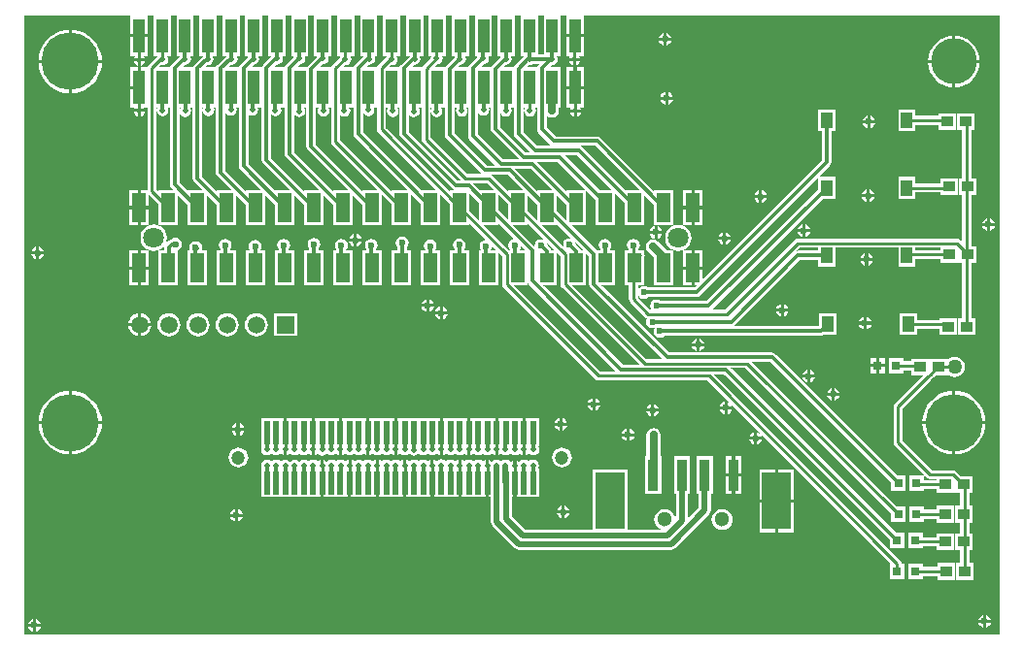
<source format=gtl>
%FSTAX24Y24*%
%MOMM*%
%SFA1B1*%

%IPPOS*%
%ADD10R,1.199998X2.499995*%
%ADD11R,0.899998X2.799994*%
%ADD12R,2.499995X4.999990*%
%ADD13R,0.999998X0.949998*%
%ADD14R,0.799998X0.799998*%
%ADD15R,0.999998X1.399997*%
%ADD16R,0.499999X1.999996*%
%ADD17R,0.999998X2.999994*%
%ADD18C,0.309999*%
%ADD19C,0.250000*%
%ADD20C,0.699999*%
%ADD21C,0.499999*%
%ADD22C,0.299999*%
%ADD23C,1.799996*%
%ADD24C,1.299997*%
%ADD25R,1.499997X1.499997*%
%ADD26C,1.499997*%
%ADD27C,0.799998*%
%ADD28C,1.199998*%
%ADD29C,4.999990*%
%ADD30C,3.999992*%
%ADD31C,0.599999*%
%ADD32C,0.509999*%
%ADD33C,1.269997*%
%LNio-testing-mezzanine-1*%
%LPD*%
G36*
X949999Y099999D02*
X099999D01*
Y639999*
X192499*
Y623799*
X207499*
Y639999*
X212499*
Y604999*
X215999*
X215599Y604599*
X208399Y597399*
X207899Y596799*
X207499Y596199*
X207399Y595399*
X207299Y594999*
X201299*
Y577499*
X199999*
Y576199*
X192499*
Y559999*
X195799*
X195299Y559299*
X195199Y558599*
X204999*
X204899Y559299*
X204399Y559999*
X207199*
X207299Y487599*
X201299*
Y473899*
X208499*
Y483999*
X216899Y475599*
Y457599*
X233899*
Y483599*
X242299Y475199*
Y457599*
X259299*
Y483599*
X267699Y475199*
Y457599*
X284699*
Y483599*
X293099Y475199*
Y457599*
X310099*
Y483599*
X318499Y475199*
Y457599*
X335499*
Y483599*
X343899Y475199*
Y457599*
X360899*
Y483599*
X369299Y475199*
Y457599*
X386299*
Y483599*
X394699Y475199*
Y457599*
X411699*
Y483999*
X420099Y475599*
Y457599*
X437099*
Y484599*
X445499Y476199*
Y457599*
X462499*
Y483999*
X470899Y475599*
Y457599*
X487899*
Y458599*
X502099Y444399*
X499999Y443999*
X498199Y442799*
X496999Y440999*
X496599Y438799*
X496999Y436599*
X497999Y435099*
Y434999*
X496299*
Y404999*
X513299*
Y433199*
X516499Y429999*
Y405899*
X516799Y404399*
X517599Y403199*
X597699Y323099*
X598999Y322199*
X600499Y321899*
X694999*
X714699Y302199*
X713499Y302999*
X712599Y303199*
Y299099*
X716699*
X716499Y299999*
X715699Y301199*
X855299Y161599*
X853999*
Y148599*
X866999*
Y161599*
X864399*
Y161899*
X864099Y163399*
X863199Y164599*
X700899Y326999*
X709699*
X853999Y182699*
Y175599*
X866999*
Y188599*
X859899*
X715799Y332699*
X728499*
X854999Y206099*
Y198599*
X867999*
Y211599*
X860499*
X734399Y337699*
X749999*
X854999Y232699*
Y225599*
X867999*
Y238599*
X860899*
X754599Y344799*
X753299Y345799*
X752999*
X751699Y346099*
X661899*
X603099Y404999*
X614899*
Y434999*
X610199*
Y436099*
X611199Y437599*
X611599Y439799*
X611199Y441999*
X609999Y443799*
X608199Y444999*
X605999Y445399*
X603799Y444999*
X601999Y443799*
X600799Y441999*
X600399Y439799*
X600799Y437599*
X601799Y436099*
Y434999*
X599099*
X576499Y457599*
X589499*
Y487599*
X572499*
Y486999*
X546799Y512699*
X564799*
X597899Y479599*
Y457599*
X614899*
Y485099*
X623299Y476699*
Y457599*
X640299*
Y483599*
X648699Y475199*
Y457599*
X665699*
Y487599*
X648699*
Y486999*
X602099Y533499*
X600799Y534499*
X600499*
X599199Y534799*
X562799*
X555099Y542499*
Y553199*
X555199Y552899*
X557199Y551599*
X559599Y551099*
X561999Y551599*
X563999Y552899*
X565299Y554899*
X565799Y557299*
Y559999*
X567499*
Y594999*
X557699*
X559599Y596999*
X561599Y597399*
X563299Y598499*
X564399Y600199*
X564799Y602199*
X564399Y604199*
X563899Y604999*
X567499*
Y639999*
X572499*
Y623799*
X587499*
Y639999*
X949999*
Y099999*
G37*
G36*
X552499Y606399D02*
X547499D01*
Y639999*
X552499*
Y606399*
G37*
G36*
X332499Y604999D02*
X334999D01*
X334699Y604599*
X334499Y603699*
X327999Y597099*
X327099Y595799*
X326999Y595499*
X326899Y594999*
X317699*
X319999Y597399*
X320099*
X322099Y597799*
X323799Y598899*
X324899Y600599*
X325299Y602599*
X324899Y604599*
X324599Y604999*
X327499*
Y639999*
X332499*
Y604999*
G37*
G36*
X452499D02*
X454799D01*
X454499Y604599*
X454199Y602999*
X447399Y596099*
X446599Y594999*
X437499*
X439799Y597299*
X440099Y597199*
X442099Y597599*
X443799Y598699*
X444899Y600399*
X445299Y602399*
X444899Y604399*
X4445Y604999*
X447499*
Y639999*
X452499*
Y604999*
G37*
G36*
X412499D02*
X415899D01*
X415699Y604599*
X408399Y597299*
X407599Y596099*
X407399Y594999*
X397699*
X399899Y597299*
X400399Y597199*
X402399Y597599*
X404099Y598699*
X405199Y600399*
X405599Y602399*
X405199Y604399*
X404799Y604999*
X407499*
Y639999*
X412499*
Y604999*
G37*
G36*
X292499D02*
X294999D01*
X294599Y604399*
X294499Y603699*
X287999Y597099*
X287099Y595799*
X286999Y595499*
X286899Y594999*
X277699*
X279999Y597299*
X280599Y597199*
X282599Y597599*
X284299Y598699*
X285399Y600399*
X285799Y602399*
X285399Y604399*
X284999Y604999*
X287499*
Y639999*
X292499*
Y604999*
G37*
G36*
X252499D02*
X255399D01*
X254899Y604199*
Y604099*
X247999Y597099*
X247099Y595799*
X246999Y595499*
X246899Y594999*
X237699*
X239899Y597199*
X239999*
X241999Y597599*
X243699Y598699*
X244799Y600399*
X245199Y602399*
X244799Y604399*
X244399Y604999*
X247499*
Y639999*
X252499*
Y604999*
G37*
G36*
X547999Y597099D02*
X547099Y595799D01*
X546999Y595499*
X546899Y594999*
X537699*
X539699Y596999*
X539799*
X541799Y597399*
X542699Y597999*
X548799*
X547999Y597099*
G37*
G36*
X432499Y604999D02*
X435699D01*
X427999Y597299*
X427099Y595899*
X426999Y595599*
X426899Y594999*
X417099*
X419299Y597199*
X420199Y596999*
X422199Y597399*
X423899Y598499*
X424999Y600199*
X425399Y602199*
X424999Y604199*
X424499Y604999*
X427499*
Y639999*
X432499*
Y604999*
G37*
G36*
X392499D02*
X395799D01*
X387999Y597099*
X387099Y595799*
X386999Y595499*
X386899Y594999*
X377599*
X379599Y596999*
X379699*
X381699Y597399*
X383399Y598499*
X384499Y600199*
X384899Y602199*
X384499Y604199*
X383999Y604999*
X387499*
Y639999*
X392499*
Y604999*
G37*
G36*
X272499D02*
X275799D01*
X267999Y597099*
X267099Y595799*
X266999Y595499*
X266899Y594999*
X257699*
X259599Y596999*
X259699*
X261699Y597399*
X263399Y598499*
X264499Y600199*
X264899Y602199*
X264499Y604199*
X263999Y604999*
X267499*
Y639999*
X272499*
Y604999*
G37*
G36*
X232499D02*
X235599D01*
X235199Y604399*
X227999Y597099*
X227099Y595799*
X226999Y595499*
X226899Y594999*
X216899*
X218899Y596999*
X220199Y596699*
X222199Y597099*
X223899Y598199*
X224999Y599899*
X225399Y601899*
X224999Y603899*
X224299Y604999*
X227499*
Y639999*
X232499*
Y604999*
G37*
G36*
X532499D02*
X535499D01*
X534999Y604199*
X527799Y5969*
X526799Y595599*
Y595299*
X526699Y594999*
X517699*
X519899Y597299*
X521499Y597599*
X523199Y598699*
X524299Y600399*
X524699Y602399*
X524299Y604399*
X523899Y604999*
X527499*
Y639999*
X532499*
Y604999*
G37*
G36*
X512499D02*
X515099D01*
X514699Y604399*
X514599Y603799*
X507599Y596699*
X506599Y595399*
Y595099*
Y594999*
X497699*
X500199Y597599*
X501499Y597799*
X503199Y598899*
X504299Y600599*
X504699Y602599*
X504299Y604599*
X503999Y604999*
X507499*
Y639999*
X512499*
Y604999*
G37*
G36*
X492499D02*
X494999D01*
X494699Y604599*
X494499Y603699*
X487999Y597099*
X487099Y595799*
X486999Y595499*
X486899Y594999*
X477699*
X479899Y597299*
X481599Y597599*
X483299Y598699*
X484399Y600399*
X484799Y602399*
X484399Y604399*
X483999Y604999*
X487499*
Y639999*
X492499*
Y604999*
G37*
G36*
X472499D02*
X475199D01*
X474799Y604399*
X474699Y603899*
X467799Y5969*
X466799Y595599*
Y595299*
X466699Y594999*
X4572*
X459699Y597499*
X461299Y597799*
X462999Y598899*
X464099Y600599*
X464499Y602599*
X464099Y604599*
X463799Y604999*
X467499*
Y639999*
X472499*
Y604999*
G37*
G36*
X372499D02*
X375399D01*
X374899Y604199*
X374699Y603099*
X368399Y596799*
X367599Y595599*
X367499Y594999*
X357699*
X360099Y597499*
X361799Y597799*
X363499Y598899*
X364599Y600599*
X364999Y602599*
X364599Y604599*
X364299Y604999*
X367499*
Y639999*
X372499*
Y604999*
G37*
G36*
X352499D02*
X355299D01*
X354999Y604599*
X354899Y604099*
X347099Y596199*
X346299Y594999*
X337699*
X340199Y597599*
X341499Y597799*
X343199Y598899*
X344299Y600599*
X344699Y602599*
X344299Y604599*
X343999Y604999*
X347499*
Y639999*
X352499*
Y604999*
G37*
G36*
X312499D02*
X315599D01*
X315299Y604599*
Y604499*
X307999Y597099*
X307099Y595799*
X306999Y595499*
X306899Y594999*
X297699*
X299899Y597299*
X301399Y597599*
X303099Y598699*
X304199Y600399*
X304599Y602399*
X304199Y604399*
X303799Y604999*
X307499*
Y639999*
X312499*
Y604999*
G37*
G36*
X435099Y559699D02*
Y559599D01*
Y559999*
Y559699*
G37*
G36*
X395099D02*
Y559499D01*
Y559999*
X395299*
X395099Y559699*
G37*
G36*
X275199Y559899D02*
X275099Y559199D01*
Y559999*
X275299*
X275199Y559899*
G37*
G36*
X514699Y559299D02*
Y559099D01*
Y559999*
X515199*
X514699Y559299*
G37*
G36*
X335399Y559499D02*
X335099Y558999D01*
Y559999*
X335399*
Y559499*
G37*
G36*
X4953Y559899D02*
X495099Y558699D01*
Y559999*
X495399*
X4953Y559899*
G37*
G36*
X235899Y559799D02*
X235299Y558899D01*
X235099Y557699*
Y559999*
X235899*
Y559799*
G37*
G36*
X454899Y559699D02*
X454299Y5588D01*
X453999Y557099*
Y559999*
X454899*
Y559699*
G37*
G36*
X506299Y541199D02*
X506599Y539899D01*
Y539599*
X507599Y538299*
X530799Y514999*
X516999*
X495099Y536899*
Y557099*
X4953Y555899*
X496399Y554199*
X498099Y553099*
X500099Y552699*
X502099Y553099*
X503799Y554199*
X504899Y555899*
X505299Y557899*
X504899Y559899*
X504799Y559999*
X506299*
Y541199*
G37*
G36*
X306699Y514099D02*
X306999Y512799D01*
X307099Y512499*
X307999Y511099*
X331499Y487599*
X318499*
Y486999*
X295099Y510399*
Y554099*
X296599Y553099*
X298599Y552699*
X300599Y553099*
X302299Y554199*
X303399Y555899*
X303799Y557899*
X303399Y559899*
X303299Y559999*
X306699*
Y514099*
G37*
G36*
X286699Y508699D02*
X286999Y507399D01*
X287099Y507099*
X287999Y505699*
X306099Y487599*
X293099*
Y486999*
X275099Y504999*
Y556599*
X275199Y555899*
X276299Y554199*
X277999Y553099*
X279999Y552699*
X281999Y553099*
X283699Y554199*
X284799Y555899*
X285199Y557899*
X284799Y559899*
X284699Y559999*
X286699*
Y508699*
G37*
G36*
X407299Y540799D02*
X407599Y539299D01*
X408399Y538099*
X458899Y487599*
X445899*
X395099Y538399*
Y555899*
Y555699*
X396199Y553999*
X397899Y552899*
X399899Y552499*
X401899Y552899*
X403599Y553999*
X404699Y555699*
X405099Y557699*
X404699Y559699*
X404499Y559999*
X407299*
Y540799*
G37*
G36*
X2667Y503299D02*
X266999Y501999D01*
X267099Y501699*
X267999Y500299*
X280699Y487599*
X267699*
Y486999*
X255099Y499599*
Y559999*
X255699*
X255499Y559699*
X255099Y557699*
X255499Y555699*
X256599Y553999*
X258299Y552899*
X260299Y552499*
X262299Y552899*
X263999Y553999*
X265099Y555699*
X265499Y557699*
X265099Y559699*
X264899Y559999*
X2667*
Y503299*
G37*
G36*
X326699Y519499D02*
X326999Y518199D01*
X327099Y517899*
X327999Y516499*
X356899Y487599*
X343899*
Y486999*
X315099Y515799*
Y553799*
X316699Y552699*
X318699Y552299*
X320699Y552699*
X322399Y553799*
X323499Y555499*
X323899Y557499*
X323499Y559499*
X323199Y559999*
X326699*
Y519499*
G37*
G36*
X226699Y492499D02*
X226999Y491199D01*
X227099Y490899*
X227999Y489499*
X229899Y487599*
X216899*
Y486599*
X215099Y488399*
X214999Y559999*
X2159*
X215599Y559499*
X215199Y557499*
X215599Y555499*
X216699Y553799*
X218399Y552699*
X220399Y552299*
X222399Y552699*
X224099Y553799*
X225199Y555499*
X225599Y557499*
X225199Y559499*
X224899Y559999*
X226699*
Y492499*
G37*
G36*
X546699Y540799D02*
X546999Y539499D01*
X547099Y539199*
X547999Y537899*
X558199Y527699*
X559099Y526999*
X559299Y526899*
X546599*
X534899Y538599*
Y559999*
X536299*
X535799Y559299*
X535399Y557299*
X535799Y555299*
X536899Y553599*
X538599Y552499*
X540599Y552099*
X542599Y552499*
X544299Y553599*
X545399Y555299*
X545799Y557299*
X545399Y559299*
X544899Y559999*
X546699*
Y540799*
G37*
G36*
X526499Y536899D02*
X526799Y535599D01*
Y535299*
X527799Y533999*
X540599Y521099*
X536499*
X514699Y542899*
Y555499*
Y555299*
X515799Y553599*
X517499Y552499*
X519499Y552099*
X521499Y552499*
X523199Y553599*
X524299Y555299*
X524699Y557299*
X524299Y559299*
X523799Y559999*
X526499*
Y536899*
G37*
G36*
X486699Y535199D02*
X486999Y533899D01*
X487099Y533599*
X487999Y532199*
X510799Y509399*
X502899*
X474899Y537399*
Y559999*
X476899*
X476399Y559299*
X475999Y557299*
X476399Y555299*
X477499Y553599*
X479199Y552499*
X481199Y552099*
X483199Y552499*
X484899Y553599*
X485999Y555299*
X486399Y557299*
X485999Y559299*
X485499Y559999*
X486699*
Y535199*
G37*
G36*
X386699Y536599D02*
X387099Y534999D01*
X387999Y533699*
X388199Y533499*
X434099Y487599*
X420099*
Y486599*
X375099Y531599*
Y553699*
Y553599*
X376799Y552499*
X378799Y552099*
X380799Y552499*
X382499Y553599*
X383599Y555299*
X383999Y557299*
X383599Y559299*
X383099Y559999*
X386699*
Y536599*
G37*
G36*
X367299Y529999D02*
X367599Y528499D01*
X368399Y527299*
X408099Y487599*
X394699*
Y486999*
X354199Y527499*
Y559999*
X356299*
X355799Y559299*
X355399Y557299*
X355799Y555299*
X356899Y553599*
X358599Y552499*
X360599Y552099*
X362599Y552499*
X364299Y553599*
X365399Y555299*
X365799Y557299*
X365399Y559299*
X364899Y559999*
X367299*
Y529999*
G37*
G36*
X426699Y536999D02*
X426999Y535699D01*
X427099Y535399*
X427999Y534099*
X473299Y488799*
X474599Y487799*
X475699Y487599*
X470899*
Y486599*
X415099Y542399*
Y559999*
X416899*
Y559799*
X416299Y558899*
X415899Y556899*
X416299Y554899*
X417399Y553199*
X4191Y552099*
X421099Y551699*
X423099Y552099*
X424799Y553199*
X425899Y554899*
X426299Y556899*
X425899Y558899*
X425299Y559799*
Y559999*
X426699*
Y536999*
G37*
G36*
X246699Y497899D02*
X246999Y496599D01*
X247099Y496299*
X247999Y494899*
X255299Y487599*
X242299*
Y486999*
X235099Y494199*
Y556099*
X235299Y554899*
X236399Y553199*
X238099Y552099*
X240099Y551699*
X242099Y552099*
X243799Y553199*
X244899Y554899*
X245299Y556899*
X244899Y558899*
X244299Y559799*
Y559999*
X246699*
Y497899*
G37*
G36*
X466499Y535699D02*
X466799Y534399D01*
Y534099*
X467799Y532799*
X498299Y502299*
X498799Y501899*
X485899*
X453999Y533799*
Y556499*
X454299Y554799*
X455399Y553099*
X457099Y551999*
X459099Y551599*
X461099Y551999*
X462799Y553099*
X463899Y554799*
X464299Y556799*
X463899Y5588*
X463299Y559699*
Y559999*
X466499*
Y535699*
G37*
G36*
X446199Y532199D02*
X446499Y530699D01*
X447399Y529499*
X480899Y495899*
X477899*
X435099Y538699*
Y553999*
X435599Y553099*
X437299Y551999*
X439299Y551599*
X441299Y551999*
X442999Y553099*
X444099Y554799*
X4445Y556799*
X444099Y5588*
X443499Y559699*
Y559999*
X446199*
Y532199*
G37*
G36*
X345799Y525799D02*
X346099Y524499D01*
Y524199*
X347099Y522899*
X382299Y487599*
X369299*
Y486999*
X335099Y521199*
Y554199*
X335899Y552899*
X337599Y551799*
X339599Y551399*
X341599Y551799*
X343299Y552899*
X344399Y554599*
X344799Y556599*
X344399Y558599*
X343799Y559499*
Y559999*
X345799*
Y525799*
G37*
G36*
X636299Y487599D02*
X624199D01*
X586099Y525599*
X584999Y526399*
X597499*
X636299Y487599*
G37*
G36*
X612399D02*
X601699D01*
X570799Y518499*
X581499*
X612399Y487599*
G37*
G36*
X509699D02*
X497399D01*
X490899Y494099*
X503199*
X509699Y487599*
G37*
G36*
X560099D02*
X547099D01*
Y486999*
X527499Y506599*
X541099*
X560099Y487599*
G37*
G36*
X512999Y500999D02*
X521299D01*
X534699Y487599*
X521699*
Y486599*
X507499Y500699*
X507099Y500999*
X512799*
X512999*
G37*
G36*
X521699Y475599D02*
Y462099D01*
X513299Y470499*
Y483999*
X521699Y475599*
G37*
G36*
X572499Y475199D02*
Y461599D01*
X564099Y469999*
Y483599*
X572499Y475199*
G37*
G36*
X547099D02*
Y461199D01*
X538699Y469599*
Y483599*
X547099Y475199*
G37*
G36*
X496299Y476899D02*
Y461199D01*
X487899Y469599*
Y485299*
X496299Y476899*
G37*
G36*
X576699Y445599D02*
X574999Y445899D01*
X572799Y445499*
X570999Y444299*
X569799Y442499*
X569399Y440299*
X569699Y438599*
X550699Y457599*
X564099*
Y458199*
X576699Y445599*
G37*
G36*
X552899Y444399D02*
X552599Y444599D01*
X550399Y444999*
X548199Y444599*
X546399Y443399*
X545199Y441599*
X544799Y439399*
Y438999*
X526199Y457599*
X538699*
Y458599*
X552899Y444399*
G37*
G36*
X587299Y434999D02*
X584999D01*
X584899Y435899*
X583899Y437199*
X580599Y440599*
X580299Y441999*
X587299Y434999*
G37*
G36*
X562299D02*
X559099D01*
X558899Y436099*
Y436399*
X557899Y437699*
X555999Y439699*
X555599Y441599*
X555399Y441899*
X562299Y434999*
G37*
G36*
X536999D02*
X531499D01*
Y435899*
X532499Y437399*
X532899Y439199*
X536999Y434999*
G37*
G36*
X526899Y445199D02*
X525099Y444799D01*
X523299Y443599*
X522099Y441799*
X521699Y439599*
X522099Y437399*
X523099Y435899*
Y434999*
X522499*
X499899Y457599*
X513299*
Y458699*
X526899Y445199*
G37*
G36*
X511499Y434999D02*
X506399D01*
Y435099*
X507399Y436599*
X507799Y438699*
X511499Y434999*
G37*
G36*
X547099D02*
Y410199D01*
X546799Y410399*
Y435199*
X547099Y434999*
G37*
G36*
X592099Y430199D02*
Y405799D01*
X592399Y404499*
X592499Y404199*
X593399Y402899*
X655799Y340399*
X642199*
X577599Y404999*
X589499*
Y432799*
X592099Y430199*
G37*
G36*
X567299Y429999D02*
Y405899D01*
X567599Y404399*
X568399Y403199*
X636299Y335399*
X621899*
X552299Y404999*
X564099*
Y433199*
X567299Y429999*
G37*
G36*
X538699Y407099D02*
X539699Y405799D01*
X615699Y329699*
X602099*
X526799Y404999*
X538699*
Y407199*
Y407099*
G37*
%LNio-testing-mezzanine-2*%
%LPC*%
G36*
X659699Y625099D02*
Y620999D01*
X663799*
X663599Y621899*
X662399Y623699*
X660599Y624899*
X659699Y625099*
G37*
G36*
X657099D02*
X656199Y624899D01*
X654399Y623699*
X653199Y621899*
X652999Y620999*
X657099*
Y625099*
G37*
G36*
X663799Y618399D02*
X659699D01*
Y614299*
X660599Y614499*
X662399Y615699*
X663599Y617499*
X663799Y618399*
G37*
G36*
X657099D02*
X652999D01*
X653199Y617499*
X654399Y615699*
X656199Y614499*
X657099Y614299*
Y618399*
G37*
G36*
X587499Y621199D02*
X572499D01*
Y604999*
X575199*
X574499Y603999*
X574399Y603299*
X5842*
X584099Y603999*
X583399Y604999*
X587499*
Y621199*
G37*
G36*
X207499D02*
X192499D01*
Y604999*
X196299*
X195299Y603499*
X195199Y602799*
X204999*
X204899Y603499*
X203899Y604999*
X207499*
Y621199*
G37*
G36*
X911299Y622499D02*
Y601299D01*
X932499*
X932199Y604399*
X930899Y608699*
X928799Y612599*
X925999Y615999*
X922599Y618799*
X918699Y620899*
X9144Y622199*
X911299Y622499*
G37*
G36*
X908699D02*
X905599Y622199D01*
X901299Y620899*
X897399Y618799*
X893999Y615999*
X891199Y612599*
X889099Y608699*
X887799Y604399*
X887499Y601299*
X908699*
Y622499*
G37*
G36*
X141299Y627499D02*
Y601299D01*
X167499*
X167299Y604299*
X166299Y608499*
X164599Y612499*
X162299Y616199*
X159499Y619499*
X156199Y6223*
X152499Y624599*
X148499Y626299*
X144299Y627299*
X141299Y627499*
G37*
G36*
X138699D02*
X135699Y627299D01*
X131499Y626299*
X127499Y624599*
X123799Y6223*
X120499Y619499*
X117699Y616199*
X115399Y612499*
X113699Y608499*
X112699Y604299*
X112499Y601299*
X138699*
Y627499*
G37*
G36*
X5842Y600699D02*
X580599D01*
Y597099*
X581299Y597199*
X582999Y598299*
X584099Y599999*
X5842Y600699*
G37*
G36*
X577999D02*
X574399D01*
X574499Y599999*
X575599Y598299*
X577299Y597199*
X577999Y597099*
Y600699*
G37*
G36*
X204999Y600199D02*
X201399D01*
Y596599*
X202099Y596699*
X203799Y597799*
X204899Y599499*
X204999Y600199*
G37*
G36*
X198799D02*
X195199D01*
X195299Y599499*
X196399Y597799*
X198099Y596699*
X198799Y596599*
Y600199*
G37*
G36*
X587499Y594999D02*
X581299D01*
Y578799*
X587499*
Y594999*
G37*
G36*
X578699D02*
X572499D01*
Y578799*
X578699*
Y594999*
G37*
G36*
X198699D02*
X192499D01*
Y578799*
X198699*
Y594999*
G37*
G36*
X932499Y598699D02*
X911299D01*
Y577499*
X9144Y577799*
X918699Y579099*
X922599Y581199*
X925999Y583999*
X928799Y587399*
X930899Y591299*
X932199Y595599*
X932499Y598699*
G37*
G36*
X908699D02*
X887499D01*
X887799Y595599*
X889099Y591299*
X891199Y587399*
X893999Y583999*
X897399Y581199*
X901299Y579099*
X905599Y577799*
X908699Y577499*
Y598699*
G37*
G36*
X167499D02*
X141299D01*
Y572499*
X144299Y572699*
X148499Y573699*
X152499Y575399*
X156199Y577699*
X159499Y580499*
X162299Y583799*
X164599Y587499*
X166299Y591499*
X167299Y595699*
X167499Y598699*
G37*
G36*
X138699D02*
X112499D01*
X112699Y595699*
X113699Y591499*
X115399Y587499*
X117699Y583799*
X120499Y580499*
X123799Y577699*
X127499Y575399*
X131499Y573699*
X135699Y572699*
X138699Y572499*
Y598699*
G37*
G36*
X660999Y573499D02*
Y569399D01*
X665099*
X664899Y570299*
X663699Y572099*
X661899Y573299*
X660999Y573499*
G37*
G36*
X658399D02*
X657499Y573299D01*
X655699Y572099*
X654499Y570299*
X654299Y569399*
X658399*
Y573499*
G37*
G36*
X665099Y566799D02*
X660999D01*
Y562699*
X661899Y562899*
X663699Y564099*
X664899Y565899*
X665099Y566799*
G37*
G36*
X658399D02*
X654299D01*
X654499Y565899*
X655699Y564099*
X657499Y562899*
X658399Y562699*
Y566799*
G37*
G36*
X587499Y576199D02*
X572499D01*
Y559999*
X576099*
X575499Y559099*
X575399Y558399*
X585199*
X585099Y559099*
X584499Y559999*
X587499*
Y576199*
G37*
G36*
X204999Y555999D02*
X201399D01*
Y552399*
X202099Y552499*
X203799Y553599*
X204899Y555299*
X204999Y555999*
G37*
G36*
X198799D02*
X195199D01*
X195299Y555299*
X196399Y553599*
X198099Y552499*
X198799Y552399*
Y555999*
G37*
G36*
X585199Y555799D02*
X581599D01*
Y552199*
X582299Y552299*
X583999Y553399*
X585099Y555099*
X585199Y555799*
G37*
G36*
X578999D02*
X575399D01*
X575499Y555099*
X576599Y553399*
X578299Y552299*
X578999Y552199*
Y555799*
G37*
G36*
X837199Y552999D02*
Y548899D01*
X841299*
X841099Y549799*
X839899Y551599*
X838099Y552799*
X837199Y552999*
G37*
G36*
X834599D02*
X833699Y552799D01*
X831899Y551599*
X830699Y549799*
X830499Y548899*
X834599*
Y552999*
G37*
G36*
X841299Y546299D02*
X837199D01*
Y542199*
X838099Y542399*
X839899Y543599*
X841099Y545399*
X841299Y546299*
G37*
G36*
X834599D02*
X830499D01*
X830699Y545399*
X831899Y543599*
X833699Y542399*
X834599Y542199*
Y546299*
G37*
G36*
X876599Y558299D02*
X861599D01*
Y539299*
X876599*
Y544899*
X896599*
Y540499*
X911599*
Y555099*
X896599*
Y552699*
X876599*
Y558299*
G37*
G36*
X836599Y488499D02*
Y484399D01*
X840699*
X840499Y485299*
X839299Y487099*
X837499Y488299*
X836599Y488499*
G37*
G36*
X833999D02*
X833099Y488299D01*
X831299Y487099*
X830099Y485299*
X829899Y484399*
X833999*
Y488499*
G37*
G36*
X876599Y499299D02*
X861599D01*
Y480299*
X876599*
Y485899*
X898599*
Y483499*
X913599*
Y498099*
X898599*
Y493699*
X876599*
Y499299*
G37*
G36*
X742899Y487599D02*
Y483499D01*
X746999*
X746799Y484399*
X745599Y486199*
X743799Y487399*
X742899Y487599*
G37*
G36*
X740299D02*
X739399Y487399D01*
X737599Y486199*
X736399Y484399*
X736199Y483499*
X740299*
Y487599*
G37*
G36*
X840699Y481799D02*
X836599D01*
Y477699*
X837499Y477899*
X839299Y479099*
X840499Y480899*
X840699Y481799*
G37*
G36*
X833999D02*
X829899D01*
X830099Y480899*
X831299Y479099*
X833099Y477899*
X833999Y477699*
Y481799*
G37*
G36*
X746999Y480899D02*
X742899D01*
Y476799*
X743799Y476999*
X745599Y478199*
X746799Y479999*
X746999Y480899*
G37*
G36*
X740299D02*
X736199D01*
X736399Y479999*
X737599Y478199*
X739399Y476999*
X740299Y476799*
Y480899*
G37*
G36*
X691099Y487599D02*
X683899D01*
Y473899*
X691099*
Y487599*
G37*
G36*
X681299D02*
X674099D01*
Y473899*
X681299*
Y487599*
G37*
G36*
X198699D02*
X191499D01*
Y473899*
X198699*
Y487599*
G37*
G36*
X941499Y463299D02*
Y459199D01*
X945599*
X945399Y460099*
X944199Y461899*
X942399Y463099*
X941499Y463299*
G37*
G36*
X938899D02*
X937999Y463099D01*
X936199Y461899*
X934999Y460099*
X934799Y459199*
X938899*
Y463299*
G37*
G36*
X691099Y471299D02*
X683899D01*
Y457599*
X691099*
Y471299*
G37*
G36*
X681299D02*
X674099D01*
Y457599*
X681299*
Y471299*
G37*
G36*
X208499D02*
X201299D01*
Y457599*
X208499*
Y471299*
G37*
G36*
X198699D02*
X191499D01*
Y457599*
X198699*
Y471299*
G37*
G36*
X780599Y457999D02*
Y453899D01*
X784699*
X784499Y454799*
X783299Y456599*
X781499Y457799*
X780599Y457999*
G37*
G36*
X777999D02*
X777099Y457799D01*
X775299Y456599*
X774099Y454799*
X773899Y453899*
X777999*
Y457999*
G37*
G36*
X945599Y456599D02*
X941499D01*
Y452499*
X942399Y452699*
X944199Y453899*
X945399Y455699*
X945599Y456599*
G37*
G36*
X938899D02*
X934799D01*
X934999Y455699*
X936199Y453899*
X937999Y452699*
X938899Y452499*
Y456599*
G37*
G36*
X651599Y456499D02*
Y452399D01*
X655699*
X655499Y453299*
X654299Y455099*
X652499Y456299*
X651599Y456499*
G37*
G36*
X648999D02*
X648099Y456299D01*
X646299Y455099*
X645099Y453299*
X644899Y452399*
X648999*
Y456499*
G37*
G36*
X784699Y451299D02*
X780599D01*
Y447199*
X781499Y447399*
X783299Y448599*
X784499Y450399*
X784699Y451299*
G37*
G36*
X777999D02*
X773899D01*
X774099Y450399*
X775299Y448599*
X777099Y447399*
X777999Y447199*
Y451299*
G37*
G36*
X711399Y451099D02*
Y446999D01*
X715499*
X715299Y447899*
X714099Y449699*
X712299Y450899*
X711399Y451099*
G37*
G36*
X708799D02*
X707899Y450899D01*
X706099Y449699*
X704899Y447899*
X704699Y446999*
X708799*
Y451099*
G37*
G36*
X655699Y449799D02*
X651599D01*
Y445699*
X652499Y445899*
X654299Y447099*
X655499Y448899*
X655699Y449799*
G37*
G36*
X648999D02*
X644899D01*
X645099Y448899*
X646299Y447099*
X648099Y445899*
X648999Y445699*
Y449799*
G37*
G36*
X389799Y449599D02*
Y445499D01*
X393899*
X3937Y446399*
X392499Y448199*
X390699Y449399*
X389799Y449599*
G37*
G36*
X387199D02*
X386299Y449399D01*
X384499Y448199*
X383299Y446399*
X383099Y445499*
X387199*
Y449599*
G37*
G36*
X715499Y444399D02*
X711399D01*
Y440299*
X712299Y440499*
X714099Y441699*
X715299Y443499*
X715499Y444399*
G37*
G36*
X708799D02*
X704699D01*
X704899Y443499*
X706099Y441699*
X707899Y440499*
X708799Y440299*
Y444399*
G37*
G36*
X393899Y442899D02*
X389799D01*
Y438799*
X390699Y438999*
X392499Y440199*
X3937Y441999*
X393899Y442899*
G37*
G36*
X387199D02*
X383099D01*
X383299Y441999*
X384499Y440199*
X386299Y438999*
X387199Y438799*
Y442899*
G37*
G36*
X212699Y457899D02*
X209699Y457499D01*
X206899Y456399*
X204499Y454499*
X202599Y452099*
X201499Y449299*
X201099Y446299*
X201499Y443299*
X202599Y440499*
X204499Y438099*
X206899Y436199*
X209699Y435099*
X212699Y434699*
X215699Y435099*
X218499Y436199*
X220899Y438099*
X221999Y439499*
Y439399*
X221699Y438099*
Y434999*
X216899*
Y404999*
X233899*
Y434999*
X230099*
Y435499*
X231599Y435199*
X233799Y435599*
X235599Y436799*
X236799Y438599*
X237199Y440799*
X236799Y442999*
X235599Y444799*
X233799Y445999*
X231599Y446399*
X229399Y445999*
X227599Y444799*
X226999Y444699*
X225699Y443699*
X223099Y441199*
X223899Y443299*
X224299Y446299*
X223899Y449299*
X222799Y452099*
X220899Y454499*
X218499Y456399*
X215699Y457499*
X212699Y457899*
G37*
G36*
X669899Y457699D02*
X666899Y457299D01*
X664099Y456199*
X661699Y454299*
X659799Y451899*
X658699Y449099*
X658299Y446099*
X658699Y443099*
X659799Y440299*
X661699Y437899*
X664099Y435999*
X666899Y434899*
X669899Y434499*
X672899Y434899*
X675699Y435999*
X678099Y437899*
X679999Y440299*
X681099Y443099*
X681499Y446099*
X681099Y449099*
X679999Y451899*
X678099Y454299*
X675699Y456199*
X672899Y457299*
X669899Y457699*
G37*
G36*
X112799Y438499D02*
Y434399D01*
X116899*
X116699Y435299*
X115499Y437099*
X113699Y438299*
X112799Y438499*
G37*
G36*
X110199D02*
X109299Y438299D01*
X107499Y437099*
X106299Y435299*
X106099Y434399*
X110199*
Y438499*
G37*
G36*
X835299Y432799D02*
Y428699D01*
X839399*
X839199Y429599*
X837999Y431399*
X836199Y432599*
X835299Y432799*
G37*
G36*
X832699D02*
X831799Y432599D01*
X829999Y431399*
X828799Y429599*
X828599Y428699*
X832699*
Y432799*
G37*
G36*
X116899Y4318D02*
X112799D01*
Y427699*
X113699Y427899*
X115499Y429099*
X116699Y430899*
X116899Y4318*
G37*
G36*
X110199D02*
X106099D01*
X106299Y430899*
X107499Y429099*
X109299Y427899*
X110199Y427699*
Y4318*
G37*
G36*
X839399Y426099D02*
X835299D01*
Y421999*
X836199Y422199*
X837999Y423399*
X839199Y425199*
X839399Y426099*
G37*
G36*
X832699D02*
X828599D01*
X828799Y425199*
X829999Y423399*
X831799Y422199*
X832699Y421999*
Y426099*
G37*
G36*
X691099Y434999D02*
X683899D01*
Y421299*
X691099*
Y434999*
G37*
G36*
X681299D02*
X674099D01*
Y421299*
X681299*
Y434999*
G37*
G36*
X208499D02*
X201299D01*
Y421299*
X208499*
Y434999*
G37*
G36*
X198699D02*
X191499D01*
Y421299*
X198699*
Y434999*
G37*
G36*
X806599Y558299D02*
X791599D01*
Y539299*
X794899*
Y513899*
X691099Y410199*
Y418699*
X683899*
Y404999*
X685899*
X683799Y402799*
X643599*
X642099Y403799*
X639899Y404199*
X637699Y403799*
X635899Y402599*
X634699Y400799*
X634599Y400299*
Y404999*
X640299*
Y429799*
X640599Y430999*
X640299Y432199*
Y434999*
X634599*
Y435699*
X634699Y435799*
X635899Y437599*
X636299Y439799*
X635899Y441999*
X634699Y443799*
X632899Y444999*
X630699Y445399*
X628499Y444999*
X626699Y443799*
X625499Y441999*
X625099Y439799*
X625499Y437599*
X626699Y435799*
X626799Y435699*
Y434999*
X623299*
Y404999*
X626799*
Y392599*
X627099Y391099*
X627999Y389899*
X640799Y376999*
X642099Y376099*
X642699Y375999*
X642099Y375099*
X641699Y372899*
X642099Y370699*
X643299Y368899*
X645099Y367699*
X647299Y367299*
X649199Y367599*
X648699Y366899*
X648299Y364699*
X648699Y362499*
X649899Y360699*
X651699Y359499*
X653899Y359099*
X656099Y359499*
X657599Y360499*
X793999*
X795299Y360799*
X795599*
X796199Y361299*
X807599*
Y380299*
X792599*
Y369199*
X792299Y368899*
X716899*
X717499Y368999*
X717799*
X719099Y369999*
X775799Y426599*
X791599*
Y421299*
X806599*
Y437699*
X861599*
Y421299*
X876599*
Y427899*
X898599*
Y424499*
X913599*
Y434799*
X914599Y433799*
Y424499*
X917199*
Y376099*
X913599*
Y361499*
X928599*
Y376099*
X924999*
Y424499*
X929599*
Y439099*
X924999*
Y483499*
X929599*
Y498099*
X924999*
Y540499*
X927599*
Y555099*
X912599*
Y540499*
X917199*
Y498099*
X914599*
Y483499*
X917199*
Y442199*
X914999Y444399*
X913799Y445199*
X912299Y445499*
X774099*
X772599Y445199*
X771399Y444399*
X710599Y383599*
X698599*
X699099Y383999*
X795499Y480299*
X806599*
Y499299*
X792099*
X801999Y509299*
X802999Y510599*
X803299Y512199*
Y539299*
X806599*
Y558299*
G37*
G36*
X681299Y418699D02*
X674099D01*
Y404999*
X681299*
Y418699*
G37*
G36*
X647599Y444999D02*
X645199Y4445D01*
X643199Y443199*
X641899Y441199*
X641399Y438799*
X641899Y436399*
X643199Y434399*
X648699Y428999*
Y404999*
X665699*
Y434999*
X660099*
X651999Y443199*
X649999Y4445*
X647599Y444999*
G37*
G36*
X478999Y445799D02*
X476799Y445399D01*
X474999Y444199*
X473799Y442399*
X473399Y440199*
X473799Y437999*
X474799Y436499*
Y434999*
X470899*
Y404999*
X487899*
Y434999*
X483199*
Y436499*
X484199Y437999*
X484599Y440199*
X484199Y442399*
X482999Y444199*
X481199Y445399*
X478999Y445799*
G37*
G36*
X453699Y444699D02*
X451499Y444299D01*
X449699Y443099*
X448499Y441299*
X448099Y439099*
X448499Y436899*
X449499Y435399*
Y434999*
X445499*
Y404999*
X462499*
Y434999*
X457899*
Y435399*
X458899Y436899*
X459299Y439099*
X458899Y441299*
X457699Y443099*
X455899Y444299*
X453699Y444699*
G37*
G36*
X429199Y447299D02*
X426999Y446899D01*
X425199Y445699*
X423999Y443899*
X423599Y441699*
X423999Y439499*
X424999Y437999*
Y434999*
X420099*
Y404999*
X437099*
Y434999*
X433399*
Y437999*
X434399Y439499*
X434799Y441699*
X434399Y443899*
X433199Y445699*
X431399Y446899*
X429199Y447299*
G37*
G36*
X402299Y445399D02*
X400099Y444999D01*
X398299Y443799*
X397099Y441999*
X396699Y439799*
X397099Y437599*
X398099Y436099*
Y434999*
X394699*
Y404999*
X411699*
Y434999*
X406499*
Y436099*
X407499Y437599*
X407899Y439799*
X407499Y441999*
X406299Y443799*
X404499Y444999*
X402299Y445399*
G37*
G36*
X376299D02*
X374099Y444999D01*
X372299Y443799*
X371099Y441999*
X370699Y439799*
X371099Y437599*
X372099Y436099*
Y434999*
X369299*
Y404999*
X386299*
Y434999*
X380499*
Y436099*
X381499Y437599*
X381899Y439799*
X381499Y441999*
X380299Y443799*
X378499Y444999*
X376299Y445399*
G37*
G36*
X352399Y446099D02*
X350199Y445699D01*
X348399Y4445*
X347199Y442699*
X346799Y440499*
X347199Y438299*
X348199Y436799*
Y434999*
X343899*
Y404999*
X360899*
Y434999*
X356599*
Y436799*
X357599Y438299*
X357999Y440499*
X357599Y442699*
X356399Y4445*
X354599Y445699*
X352399Y446099*
G37*
G36*
X325999Y445399D02*
X323799Y444999D01*
X321999Y443799*
X320799Y441999*
X320399Y439799*
X320799Y437599*
X321799Y436099*
Y434999*
X318499*
Y404999*
X335499*
Y434999*
X3302*
Y436099*
X331199Y437599*
X331599Y439799*
X331199Y441999*
X329999Y443799*
X328199Y444999*
X325999Y445399*
G37*
G36*
X300999Y444399D02*
X298799Y443999D01*
X296999Y442799*
X295799Y440999*
X295399Y438799*
X295799Y436599*
X296799Y435099*
Y434999*
X293099*
Y404999*
X310099*
Y434999*
X305199*
Y435099*
X306199Y436599*
X306599Y438799*
X306199Y440999*
X304999Y442799*
X303199Y443999*
X300999Y444399*
G37*
G36*
X274999Y445399D02*
X272799Y444999D01*
X270999Y443799*
X269799Y441999*
X269399Y439799*
X269799Y437599*
X270799Y436099*
Y434999*
X267699*
Y404999*
X284699*
Y434999*
X279199*
Y436099*
X280199Y437599*
X280599Y439799*
X280199Y441999*
X278999Y443799*
X277199Y444999*
X274999Y445399*
G37*
G36*
X249299Y443299D02*
X247099Y442899D01*
X245299Y441699*
X244099Y439899*
X243699Y437699*
X244099Y435499*
X244399Y434999*
X242299*
Y404999*
X259299*
Y434999*
X254199*
X254499Y435499*
X254899Y437699*
X254499Y439899*
X253299Y441699*
X251499Y442899*
X249299Y443299*
G37*
G36*
X208499Y418699D02*
X201299D01*
Y404999*
X208499*
Y418699*
G37*
G36*
X198699D02*
X191499D01*
Y404999*
X198699*
Y418699*
G37*
G36*
X452799Y392499D02*
Y388399D01*
X456899*
X456699Y389299*
X455499Y391099*
X453699Y392299*
X452799Y392499*
G37*
G36*
X450199D02*
X449299Y392299D01*
X447499Y391099*
X446299Y389299*
X446099Y388399*
X450199*
Y392499*
G37*
G36*
X761699Y388499D02*
Y384399D01*
X765799*
X765599Y385299*
X764399Y387099*
X762599Y388299*
X761699Y388499*
G37*
G36*
X759099D02*
X758199Y388299D01*
X756399Y387099*
X755199Y385299*
X754999Y384399*
X759099*
Y388499*
G37*
G36*
X464599Y386099D02*
Y381999D01*
X468699*
X468499Y382899*
X467299Y384699*
X465499Y385899*
X464599Y386099*
G37*
G36*
X461999D02*
X461099Y385899D01*
X459299Y384699*
X458099Y382899*
X457899Y381999*
X461999*
Y386099*
G37*
G36*
X456899Y385799D02*
X452799D01*
Y381699*
X453699Y381899*
X455499Y383099*
X456699Y384899*
X456899Y385799*
G37*
G36*
X450199D02*
X446099D01*
X446299Y384899*
X447499Y383099*
X449299Y381899*
X450199Y381699*
Y385799*
G37*
G36*
X765799Y381799D02*
X761699D01*
Y377699*
X762599Y377899*
X764399Y379099*
X765599Y380899*
X765799Y381799*
G37*
G36*
X759099D02*
X754999D01*
X755199Y380899*
X756399Y379099*
X758199Y377899*
X759099Y377699*
Y381799*
G37*
G36*
X468699Y379399D02*
X464599D01*
Y375299*
X465499Y375499*
X467299Y376699*
X468499Y378499*
X468699Y379399*
G37*
G36*
X461999D02*
X457899D01*
X458099Y378499*
X459299Y376699*
X461099Y375499*
X461999Y375299*
Y379399*
G37*
G36*
X833999Y377199D02*
Y373099D01*
X838099*
X837899Y373999*
X836699Y375799*
X834899Y376999*
X833999Y377199*
G37*
G36*
X831399D02*
X830499Y376999D01*
X828699Y375799*
X827499Y373999*
X827299Y373099*
X831399*
Y377199*
G37*
G36*
X201899Y380399D02*
Y371699D01*
X210599*
X210399Y372999*
X209399Y375499*
X207799Y377599*
X205699Y379199*
X2032Y380199*
X201899Y380399*
G37*
G36*
X199299D02*
X197999Y380199D01*
X195499Y379199*
X193399Y377599*
X191799Y375499*
X190799Y372999*
X190599Y371699*
X199299*
Y380399*
G37*
G36*
X838099Y370499D02*
X833999D01*
Y366399*
X834899Y366599*
X836699Y367799*
X837899Y369599*
X838099Y370499*
G37*
G36*
X831399D02*
X827299D01*
X827499Y369599*
X828699Y367799*
X830499Y366599*
X831399Y366399*
Y370499*
G37*
G36*
X877599Y380299D02*
X862599D01*
Y361299*
X877599*
Y366899*
X897599*
Y361499*
X912599*
Y376099*
X897599*
Y374699*
X877599*
Y380299*
G37*
G36*
X210599Y369099D02*
X201899D01*
Y360399*
X2032Y360599*
X205699Y361599*
X207799Y363199*
X209399Y365299*
X210399Y367799*
X210599Y369099*
G37*
G36*
X199299D02*
X190599D01*
X190799Y367799*
X191799Y365299*
X193399Y363199*
X195499Y361599*
X197999Y360599*
X199299Y360399*
Y369099*
G37*
G36*
X337599Y380399D02*
X317599D01*
Y360399*
X337599*
Y380399*
G37*
G36*
X302199Y380499D02*
X299599Y380199D01*
X297099Y379199*
X294999Y377599*
X293399Y375499*
X292399Y372999*
X2921Y370399*
X292399Y367799*
X293399Y365299*
X294999Y363199*
X297099Y361599*
X299599Y360599*
X302199Y360299*
X3048Y360599*
X307299Y361599*
X309399Y363199*
X310999Y365299*
X311999Y367799*
X312299Y370399*
X311999Y372999*
X310999Y375499*
X309399Y377599*
X307299Y379199*
X3048Y380199*
X302199Y380499*
G37*
G36*
X276799D02*
X274199Y380199D01*
X271699Y379199*
X269599Y377599*
X267999Y375499*
X266999Y372999*
X2667Y370399*
X266999Y367799*
X267999Y365299*
X269599Y363199*
X271699Y361599*
X274199Y360599*
X276799Y360299*
X2794Y360599*
X281899Y361599*
X283999Y363199*
X285599Y365299*
X286599Y367799*
X286899Y370399*
X286599Y372999*
X285599Y375499*
X283999Y377599*
X281899Y379199*
X2794Y380199*
X276799Y380499*
G37*
G36*
X251399D02*
X248799Y380199D01*
X246299Y379199*
X244199Y377599*
X242599Y375499*
X241599Y372999*
X2413Y370399*
X241599Y367799*
X242599Y365299*
X244199Y363199*
X246299Y361599*
X248799Y360599*
X251399Y360299*
X254Y360599*
X256499Y361599*
X258599Y363199*
X260199Y365299*
X261199Y367799*
X261499Y370399*
X261199Y372999*
X260199Y375499*
X258599Y377599*
X256499Y379199*
X254Y380199*
X251399Y380499*
G37*
G36*
X225999D02*
X223399Y380199D01*
X220899Y379199*
X218799Y377599*
X217199Y375499*
X216199Y372999*
X2159Y370399*
X216199Y367799*
X217199Y365299*
X218799Y363199*
X220899Y361599*
X223399Y360599*
X225999Y360299*
X2286Y360599*
X231099Y361599*
X233199Y363199*
X234799Y365299*
X235799Y367799*
X236099Y370399*
X235799Y372999*
X234799Y375499*
X233199Y377599*
X231099Y379199*
X2286Y380199*
X225999Y380499*
G37*
G36*
X688399Y358399D02*
Y354299D01*
X692499*
X692299Y355199*
X691099Y356999*
X689299Y358199*
X688399Y358399*
G37*
G36*
X6858D02*
X684899Y358199D01*
X683099Y356999*
X681899Y355199*
X681699Y354299*
X6858*
Y358399*
G37*
G36*
X692499Y351699D02*
X688399D01*
Y347599*
X689299Y347799*
X691099Y348999*
X692299Y350799*
X692499Y351699*
G37*
G36*
X6858D02*
X681699D01*
X681899Y350799*
X683099Y348999*
X684899Y347799*
X6858Y347599*
Y351699*
G37*
G36*
X910699Y342599D02*
X908399Y342299D01*
X906199Y341399*
X904399Y339899*
X904199Y339799*
Y340899*
X889199*
Y332499*
X888199Y331499*
Y340899*
X873199*
Y338499*
X866199*
Y341099*
X853199*
Y328099*
X866199*
Y330699*
X873199*
Y326299*
X882999*
X858699Y301899*
X857799Y300699*
X857499Y299199*
Y267399*
X857799Y265899*
X858699Y264699*
X886399Y236899*
X887699Y236099*
X889099Y235799*
X894999*
Y234999*
X883999*
Y238599*
X870999*
Y225599*
X883999*
Y227199*
X894999*
Y223799*
X909999*
Y233199*
X910999Y232299*
Y223799*
X915599*
Y212299*
X910999*
Y197699*
X915599*
Y188399*
X910999*
Y173799*
X915599*
Y162399*
X911999*
Y147799*
X926999*
Y162399*
X923399*
Y173799*
X925999*
Y188399*
X923399*
Y197699*
X925999*
Y212299*
X923399*
Y223799*
X925999*
Y238399*
X915799*
X911799Y242399*
X910599Y243199*
X909099Y243499*
X890699*
X865299Y268999*
Y297599*
X889899Y322199*
X889999Y322299*
X892299Y324499*
Y324599*
X893999Y326299*
X904199*
Y327399*
X904399Y327299*
X906199Y325799*
X908399Y324899*
X910699Y324599*
X912999Y324899*
X915199Y325799*
X916999Y327299*
X918499Y329099*
X919399Y331299*
X919699Y333599*
X919399Y335899*
X918499Y338099*
X916999Y339899*
X915199Y341399*
X912999Y342299*
X910699Y342599*
G37*
G36*
X850199Y341099D02*
X844999D01*
Y335899*
X850199*
Y341099*
G37*
G36*
X842399D02*
X837199D01*
Y335899*
X842399*
Y341099*
G37*
G36*
X850199Y333299D02*
X844999D01*
Y328099*
X850199*
Y333299*
G37*
G36*
X842399D02*
X837199D01*
Y328099*
X842399*
Y333299*
G37*
G36*
X784699Y330999D02*
Y326899D01*
X788799*
X788599Y327799*
X7874Y329599*
X785599Y330799*
X784699Y330999*
G37*
G36*
X782099D02*
X781199Y330799D01*
X779399Y329599*
X778199Y327799*
X777999Y326899*
X782099*
Y330999*
G37*
G36*
X788799Y324299D02*
X784699D01*
Y320199*
X785599Y320399*
X7874Y321599*
X788599Y323399*
X788799Y324299*
G37*
G36*
X782099D02*
X777999D01*
X778199Y323399*
X779399Y321599*
X781199Y320399*
X782099Y320199*
Y324299*
G37*
G36*
X806199Y315199D02*
Y311099D01*
X810299*
X810099Y311999*
X808899Y313799*
X807099Y314999*
X806199Y315199*
G37*
G36*
X803599D02*
X802699Y314999D01*
X800899Y313799*
X799699Y311999*
X799499Y311099*
X803599*
Y315199*
G37*
G36*
X810299Y308499D02*
X806199D01*
Y304399*
X807099Y304599*
X808899Y305799*
X810099Y307599*
X810299Y308499*
G37*
G36*
X803599D02*
X799499D01*
X799699Y307599*
X800899Y305799*
X802699Y304599*
X803599Y304399*
Y308499*
G37*
G36*
X597499Y306399D02*
Y302299D01*
X601599*
X601399Y303199*
X600199Y304999*
X598399Y306199*
X597499Y306399*
G37*
G36*
X594899D02*
X593999Y306199D01*
X592199Y304999*
X590999Y303199*
X590799Y302299*
X594899*
Y306399*
G37*
G36*
X709999Y303199D02*
X709099Y302999D01*
X707299Y301799*
X706099Y299999*
X705899Y299099*
X709999*
Y303199*
G37*
G36*
X648799Y301299D02*
Y297199D01*
X652899*
X652699Y298099*
X651499Y299899*
X649699Y301099*
X648799Y301299*
G37*
G36*
X646199D02*
X645299Y301099D01*
X643499Y299899*
X642299Y298099*
X642099Y297199*
X646199*
Y301299*
G37*
G36*
X601599Y299699D02*
X597499D01*
Y295599*
X598399Y295799*
X600199Y296999*
X601399Y298799*
X601599Y299699*
G37*
G36*
X594899D02*
X590799D01*
X590999Y298799*
X592199Y296999*
X593999Y295799*
X594899Y295599*
Y299699*
G37*
G36*
X716699Y296499D02*
X712599D01*
Y292399*
X713499Y292599*
X715299Y293799*
X716499Y295599*
X716699Y296499*
G37*
G36*
X709999D02*
X705899D01*
X706099Y295599*
X707299Y293799*
X709099Y292599*
X709999Y292399*
Y296499*
G37*
G36*
X652899Y294599D02*
X648799D01*
Y290499*
X649699Y290699*
X651499Y291899*
X652699Y293699*
X652899Y294599*
G37*
G36*
X646199D02*
X642099D01*
X642299Y293699*
X643499Y291899*
X645299Y290699*
X646199Y290499*
Y294599*
G37*
G36*
X911299Y312499D02*
Y286299D01*
X937499*
X937299Y289299*
X936299Y293499*
X934599Y297499*
X932299Y301199*
X929499Y304499*
X926199Y307299*
X922499Y309599*
X918499Y311299*
X914299Y312299*
X911299Y312499*
G37*
G36*
X908699D02*
X905699Y312299D01*
X901499Y311299*
X897499Y309599*
X893799Y307299*
X890499Y304499*
X887699Y301199*
X885399Y297499*
X883699Y293499*
X882699Y289299*
X882499Y286299*
X908699*
Y312499*
G37*
G36*
X141299D02*
Y286299D01*
X167499*
X167299Y289299*
X166299Y293499*
X164599Y297499*
X162299Y301199*
X159499Y304499*
X156199Y307299*
X152499Y309599*
X148499Y311299*
X144299Y312299*
X141299Y312499*
G37*
G36*
X138699D02*
X135699Y312299D01*
X131499Y311299*
X127499Y309599*
X123799Y307299*
X120499Y304499*
X117699Y301199*
X115399Y297499*
X113699Y293499*
X112699Y289299*
X112499Y286299*
X138699*
Y312499*
G37*
G36*
X568799Y288999D02*
Y284899D01*
X572899*
X572699Y285799*
X5715Y287599*
X569699Y288799*
X568799Y288999*
G37*
G36*
X566199D02*
X565299Y288799D01*
X563499Y287599*
X562299Y285799*
X562099Y284899*
X566199*
Y288999*
G37*
G36*
X287499Y284399D02*
Y280299D01*
X291599*
X291399Y281199*
X290199Y282999*
X288399Y284199*
X287499Y284399*
G37*
G36*
X284899D02*
X283999Y284199D01*
X282199Y282999*
X280999Y281199*
X280799Y280299*
X284899*
Y284399*
G37*
G36*
X572899Y282299D02*
X568799D01*
Y278199*
X569699Y278399*
X5715Y279599*
X572699Y281399*
X572899Y282299*
G37*
G36*
X566199D02*
X562099D01*
X562299Y281399*
X563499Y279599*
X565299Y278399*
X566199Y278199*
Y282299*
G37*
G36*
X548499Y288999D02*
X536799D01*
Y276499*
X534199*
Y288999*
X512799*
Y276499*
X510199*
Y288999*
X488799*
Y276499*
X486199*
Y288999*
X464799*
Y276499*
X462199*
Y288999*
X424799*
Y276499*
X422199*
Y288999*
X400799*
Y276499*
X398199*
Y288999*
X376799*
Y276499*
X374199*
Y288999*
X352799*
Y276499*
X350199*
Y288999*
X328799*
Y276499*
X326199*
Y288999*
X306499*
Y263999*
X306899*
X306599Y263499*
X306199Y261499*
X306599Y259499*
X307699Y257799*
X309399Y256699*
X311399Y256299*
X313399Y256699*
X315099Y257799*
X315399Y258299*
X315599Y257899*
X317299Y256799*
X319299Y256399*
X321299Y256799*
X322999Y257899*
X323499Y258699*
X323899Y257899*
X325599Y256799*
X326299Y256699*
Y261599*
X328899*
Y256699*
X329599Y256799*
X331299Y257899*
X331499Y258299*
X331799Y257799*
X333499Y256699*
X335499Y256299*
X337499Y256699*
X339199Y257799*
X339599Y258399*
X339899Y257799*
X341599Y256699*
X343599Y256299*
X345599Y256699*
X347299Y257799*
X347499Y258199*
X347799Y257699*
X349499Y256599*
X350199Y256499*
Y261399*
X352799*
Y256499*
X353499Y256599*
X355199Y257699*
X355499Y258199*
X355799Y257699*
X357499Y256599*
X359499Y256199*
X361499Y256599*
X363199Y257699*
X363599Y258399*
X363799Y257999*
X365499Y256899*
X367499Y256499*
X369499Y256899*
X371199Y257999*
X371499Y258499*
X371799Y257999*
X373499Y256899*
X374199Y256799*
Y261699*
X376799*
Y256799*
X377499Y256899*
X379199Y257999*
X379399Y258399*
X379799Y257799*
X381499Y256699*
X383499Y256299*
X385499Y256699*
X387199Y257799*
X387499Y258299*
X387799Y257799*
X389499Y256699*
X391499Y256299*
X393499Y256699*
X395199Y257799*
X395599Y258499*
X395899Y257899*
X397599Y256799*
X398299Y256699*
Y261599*
X400899*
Y256699*
X401599Y256799*
X403299Y257899*
X403499Y258299*
X403799Y257799*
X405499Y256699*
X407499Y256299*
X409499Y256699*
X411199Y257799*
X411599Y258499*
X411999Y257899*
X413699Y256799*
X415699Y256399*
X417699Y256799*
X419399Y257899*
X419499Y258199*
X419699Y257799*
X421399Y256699*
X422099Y256599*
Y261499*
X424699*
Y256599*
X425399Y256699*
X427099Y257799*
X427399Y258399*
X427799Y257799*
X429499Y256699*
X431499Y256299*
X433499Y256699*
X435199Y257799*
X435399Y258199*
X435799Y257599*
X437499Y256499*
X439499Y256099*
X441499Y256499*
X443199Y257599*
X443599Y258199*
X443799Y257799*
X445499Y256699*
X447499Y256299*
X449499Y256699*
X451199Y257799*
X451499Y258299*
X451799Y257799*
X453499Y256699*
X455499Y256299*
X457499Y256699*
X459199Y257799*
X459499Y258399*
X459799Y257899*
X461499Y256799*
X462199Y256699*
Y261599*
X464799*
Y256699*
X465499Y256799*
X467199Y257899*
X467499Y258399*
X467799Y257799*
X469499Y256699*
X471499Y256299*
X473499Y256699*
X475199Y257799*
X475599Y258399*
X475899Y257799*
X477599Y256699*
X479599Y256299*
X481599Y256699*
X483299Y257799*
X483499Y258199*
X483799Y257699*
X485499Y256599*
X486199Y256499*
Y261399*
X488799*
Y256499*
X489499Y256599*
X491199Y257699*
X491499Y258299*
X491799Y257799*
X493499Y256699*
X495499Y256299*
X497499Y256699*
X499199Y257799*
X499399Y258299*
X499699Y257799*
X501399Y256699*
X503399Y256299*
X505399Y256699*
X507099Y257799*
X507399Y258399*
X507799Y257699*
X509499Y256599*
X510199Y256499*
Y261399*
X512799*
Y256499*
X513499Y256599*
X515199Y257699*
X515499Y258199*
X515699Y257799*
X517399Y256699*
X519399Y256299*
X521399Y256699*
X523099Y257799*
X523499Y258499*
X523899Y257899*
X525599Y256799*
X527599Y256399*
X529599Y256799*
X531299Y257899*
X531499Y258299*
X531799Y257799*
X533499Y256699*
X534199Y256599*
Y261499*
X536799*
Y256599*
X537499Y256699*
X539199Y257799*
X539599Y258499*
X539899Y257899*
X541599Y256799*
X543599Y256399*
X545599Y256799*
X547299Y257899*
X548399Y259599*
X548799Y261599*
X548399Y263599*
X548099Y263999*
X548499*
Y288999*
G37*
G36*
X627299Y279799D02*
Y275699D01*
X631399*
X631199Y276599*
X629999Y278399*
X628099Y279599*
X627299Y279799*
G37*
G36*
X624699D02*
X623799Y279599D01*
X621999Y278399*
X620799Y276599*
X620599Y275699*
X624699*
Y279799*
G37*
G36*
X291599Y277699D02*
X287499D01*
Y273599*
X288399Y273799*
X290199Y274999*
X291399Y276799*
X291599Y277699*
G37*
G36*
X284899D02*
X280799D01*
X280999Y276799*
X282199Y274999*
X283999Y273799*
X284899Y273599*
Y277699*
G37*
G36*
X738599Y276699D02*
Y272599D01*
X742699*
X742499Y273399*
X741299Y275299*
X739499Y276499*
X738599Y276699*
G37*
G36*
X735999D02*
X735099Y276499D01*
X733299Y275299*
X732099Y273399*
X731899Y272599*
X735999*
Y276699*
G37*
G36*
X631399Y273099D02*
X627299D01*
Y268999*
X628099Y269199*
X629999Y270399*
X631199Y272199*
X631399Y273099*
G37*
G36*
X624699D02*
X620599D01*
X620799Y272199*
X621999Y270399*
X623799Y269199*
X624699Y268999*
Y273099*
G37*
G36*
X742699Y269999D02*
X738599D01*
Y265899*
X739499Y266099*
X741299Y267299*
X742499Y269099*
X742699Y269999*
G37*
G36*
X735999D02*
X731899D01*
X732099Y269099*
X733299Y267299*
X735099Y266099*
X735999Y265899*
Y269999*
G37*
G36*
X937499Y283699D02*
X911299D01*
Y257499*
X914299Y257699*
X918499Y258699*
X922499Y260399*
X926199Y262699*
X929499Y265499*
X932299Y268799*
X934599Y272499*
X936299Y276499*
X937299Y280699*
X937499Y283699*
G37*
G36*
X908699D02*
X882499D01*
X882699Y280699*
X883699Y276499*
X885399Y272499*
X887699Y268799*
X890499Y265499*
X893799Y262699*
X897499Y260399*
X901499Y258699*
X905699Y257699*
X908699Y257499*
Y283699*
G37*
G36*
X167499D02*
X141299D01*
Y257499*
X144299Y257699*
X148499Y258699*
X152499Y260399*
X156199Y262699*
X159499Y265499*
X162299Y268799*
X164599Y272499*
X166299Y276499*
X167299Y280699*
X167499Y283699*
G37*
G36*
X138699D02*
X112499D01*
X112699Y280699*
X113699Y276499*
X115399Y272499*
X117699Y268799*
X120499Y265499*
X123799Y262699*
X127499Y260399*
X131499Y258699*
X135699Y257699*
X138699Y257499*
Y283699*
G37*
G36*
X568499Y263099D02*
X566299Y262799D01*
X564199Y261999*
X562399Y260599*
X560999Y258799*
X560199Y256699*
X559899Y254499*
X560199Y252299*
X560999Y250199*
X562399Y248399*
X564199Y246999*
X566299Y246199*
X568499Y245899*
X570699Y246199*
X572799Y246999*
X574599Y248399*
X575999Y250199*
X576799Y252299*
X577099Y254499*
X576799Y256699*
X575999Y258799*
X574599Y260599*
X572799Y261999*
X570699Y262799*
X568499Y263099*
G37*
G36*
X286499D02*
X284299Y262799D01*
X282199Y261999*
X280399Y260599*
X278999Y258799*
X278199Y256699*
X277899Y254499*
X278199Y252299*
X278999Y250199*
X280399Y248399*
X282199Y246999*
X284299Y246199*
X286499Y245899*
X288699Y246199*
X290799Y246999*
X292599Y248399*
X293999Y250199*
X294799Y252299*
X295099Y254499*
X294799Y256699*
X293999Y258799*
X292599Y260599*
X290799Y261999*
X288699Y262799*
X286499Y263099*
G37*
G36*
X724999Y255499D02*
X719299D01*
Y240299*
X724999*
Y255499*
G37*
G36*
X716699D02*
X710999D01*
Y240299*
X716699*
Y255499*
G37*
G36*
X724999Y237699D02*
X719299D01*
Y222499*
X724999*
Y237699*
G37*
G36*
X716699D02*
X710999D01*
Y222499*
X716699*
Y237699*
G37*
G36*
X648299Y280299D02*
X645899Y279799D01*
X643899Y278499*
X642599Y276499*
X642099Y274099*
Y255499*
X640999*
Y222499*
X654999*
Y255499*
X654499*
Y274099*
X653999Y276499*
X652699Y278499*
X650699Y279799*
X648299Y280299*
G37*
G36*
X770499Y243999D02*
X756799D01*
Y217799*
X770499*
Y243999*
G37*
G36*
X754199D02*
X740499D01*
Y217799*
X754199*
Y243999*
G37*
G36*
X909999Y212299D02*
X894999D01*
Y208999*
X883999*
Y211599*
X870999*
Y198599*
X883999*
Y201199*
X894999*
Y197699*
X909999*
Y212299*
G37*
G36*
X570899Y212499D02*
Y208399D01*
X574999*
X574799Y209299*
X573599Y211099*
X571799Y212299*
X570899Y212499*
G37*
G36*
X568299D02*
X567399Y212299D01*
X565599Y211099*
X564399Y209299*
X564199Y208399*
X568299*
Y212499*
G37*
G36*
X285999Y209499D02*
Y205399D01*
X290099*
X289899Y206299*
X288699Y208099*
X286899Y209299*
X285999Y209499*
G37*
G36*
X283399D02*
X282499Y209299D01*
X280699Y208099*
X279499Y206299*
X279299Y205399*
X283399*
Y209499*
G37*
G36*
X574999Y205799D02*
X570899D01*
Y201699*
X571799Y201899*
X573599Y203099*
X574799Y204899*
X574999Y205799*
G37*
G36*
X568299D02*
X564199D01*
X564399Y204899*
X565599Y203099*
X567399Y201899*
X568299Y201699*
Y205799*
G37*
G36*
X699999Y255499D02*
X685999D01*
Y222499*
X687899*
Y210599*
X678099Y200899*
Y222499*
X679999*
Y255499*
X665999*
Y222499*
X667899*
Y201299*
X667099Y200599*
X666799Y202899*
X665899Y205099*
X664399Y206899*
X662599Y208399*
X6604Y209299*
X657999Y209599*
X655599Y209299*
X653399Y208399*
X651599Y206899*
X650099Y205099*
X649199Y202899*
X648899Y200499*
X649199Y198099*
X650099Y195899*
X651599Y194099*
X653399Y192599*
X655599Y191699*
X656399Y191599*
X625499*
Y243999*
X595499*
Y191599*
X535999*
X524599Y202999*
Y219999*
X526199*
Y232499*
X528799*
Y219999*
X548499*
Y244999*
X547799*
X548099Y245499*
X548499Y247499*
X548099Y249499*
X546999Y251199*
X545299Y252299*
X543299Y252699*
X541299Y252299*
X539599Y251199*
X539399Y250799*
X539199Y251199*
X537499Y252299*
X535499Y252699*
X533499Y252299*
X531799Y251199*
X531499Y250599*
X531199Y251099*
X529499Y252199*
X528799Y252299*
Y247399*
X526199*
Y252299*
X525499Y252199*
X523799Y251099*
X523499Y250599*
X523099Y251299*
X521399Y252399*
X519399Y252799*
X517399Y252399*
X515699Y251299*
X515399Y250799*
X515099Y251299*
X513399Y252399*
X511399Y252799*
X509399Y252399*
X507699Y251299*
X507299Y250599*
X507099Y250999*
X505399Y252099*
X504699Y252199*
Y247299*
X502099*
Y252199*
X501399Y252099*
X499699Y250999*
X499499Y250599*
X499199Y251199*
X497499Y252299*
X495499Y252699*
X493499Y252299*
X491799Y251199*
X491499Y250599*
X491099Y251199*
X489399Y252299*
X487399Y252699*
X485399Y252299*
X483699Y251199*
X483499Y250699*
X483199Y251199*
X481499Y252299*
X480799Y252399*
Y247499*
X478199*
Y252399*
X477499Y252299*
X475799Y251199*
X475499Y250599*
X475099Y251299*
X473399Y252399*
X471399Y252799*
X469399Y252399*
X467699Y251299*
X467499Y250899*
X467199Y251399*
X465499Y252499*
X463499Y252899*
X461499Y252499*
X459799Y251399*
X459399Y250699*
X459099Y251299*
X457399Y252399*
X456699Y252499*
Y247599*
X454099*
Y252499*
X453399Y252399*
X451699Y251299*
X451399Y250799*
X451199Y251199*
X449499Y252299*
X447499Y252699*
X445499Y252299*
X443799Y251199*
X443599Y250799*
X443299Y251299*
X441599Y252399*
X439599Y252799*
X437599Y252399*
X435899Y251299*
X435599Y250699*
X435299Y251199*
X433599Y252299*
X432899Y252399*
Y247499*
X430299*
Y252399*
X429599Y252299*
X427899Y251199*
X427599Y250599*
X427199Y251199*
X425499Y252299*
X423499Y252699*
X421499Y252299*
X419799Y251199*
X419499Y250699*
X419199Y251299*
X417499Y252399*
X415499Y252799*
X413499Y252399*
X411799Y251299*
X411499Y250699*
X411199Y251199*
X409499Y252299*
X408799Y252399*
Y247499*
X406199*
Y252399*
X405499Y252299*
X403799Y251199*
X403499Y250599*
X403099Y251199*
X401399Y252299*
X399399Y252699*
X397399Y252299*
X395699Y251199*
X395299Y250599*
X395099Y250999*
X393399Y252099*
X391399Y252499*
X389399Y252099*
X387699Y250999*
X387599Y250799*
X387399Y251199*
X385699Y252299*
X384999Y252399*
Y247499*
X382399*
Y252399*
X381699Y252299*
X379999Y251199*
X379699Y250599*
X379299Y251199*
X377599Y252299*
X375599Y252699*
X373599Y252299*
X371899Y251199*
X371599Y250699*
X371299Y251199*
X369599Y252299*
X367599Y252699*
X365599Y252299*
X363899Y251199*
X363499Y250499*
X363199Y251099*
X361499Y252199*
X360799Y252299*
Y247399*
X358199*
Y252299*
X357499Y252199*
X355799Y251099*
X3556Y250699*
X355299Y251299*
X353599Y252399*
X351599Y252799*
X349599Y252399*
X347899Y251299*
X347599Y250799*
X347399Y251199*
X345699Y252299*
X343699Y252699*
X341699Y252299*
X339999Y251199*
X339599Y250499*
X339299Y251099*
X337599Y252199*
X335599Y252599*
X333599Y252199*
X331899Y251099*
X331499Y250499*
X331199Y251099*
X329499Y252199*
X327499Y252599*
X325499Y252199*
X323799Y251099*
X323599Y250699*
X323299Y251199*
X321599Y252299*
X319599Y252699*
X317599Y252299*
X315899Y251199*
X315599Y250599*
X315199Y251199*
X313499Y252299*
X311499Y252699*
X309499Y252299*
X307799Y251199*
X306699Y249499*
X306299Y247499*
X306699Y245499*
X306999Y244999*
X306499*
Y219999*
X358199*
Y232499*
X360799*
Y219999*
X382199*
Y232499*
X384799*
Y219999*
X406199*
Y232499*
X408799*
Y219999*
X430199*
Y232499*
X432799*
Y219999*
X454199*
Y232499*
X456799*
Y219999*
X478199*
Y232499*
X480799*
Y219999*
X502199*
Y232499*
X504799*
Y219999*
X506399*
Y198199*
X506799Y196199*
X507899Y194599*
X527199Y175299*
X528799Y174199*
X530799Y173799*
X663399*
X665399Y174199*
X666999Y175299*
X696599Y204899*
X697699Y206599*
X698099Y208499*
Y222499*
X699999*
Y255499*
G37*
G36*
X290099Y202799D02*
X285999D01*
Y198699*
X286899Y198899*
X288699Y200099*
X289899Y201899*
X290099Y202799*
G37*
G36*
X283399D02*
X279299D01*
X279499Y201899*
X280699Y200099*
X282499Y198899*
X283399Y198699*
Y202799*
G37*
G36*
X707999Y209599D02*
X705599Y209299D01*
X703399Y208399*
X701599Y206899*
X700099Y205099*
X699199Y202899*
X698899Y200499*
X699199Y198099*
X700099Y195899*
X701599Y194099*
X703399Y192599*
X705599Y191699*
X707999Y191399*
X710399Y191699*
X712599Y192599*
X714399Y194099*
X715899Y195899*
X716799Y198099*
X717099Y200499*
X716799Y202899*
X715899Y205099*
X714399Y206899*
X712599Y208399*
X710399Y209299*
X707999Y209599*
G37*
G36*
X770499Y215199D02*
X756799D01*
Y188999*
X770499*
Y215199*
G37*
G36*
X754199D02*
X740499D01*
Y188999*
X754199*
Y215199*
G37*
G36*
X882999Y188599D02*
X869999D01*
Y175599*
X882999*
Y177199*
X894999*
Y173799*
X909999*
Y188399*
X894999*
Y184999*
X882999*
Y188599*
G37*
G36*
X910999Y162399D02*
X895999D01*
Y158999*
X882999*
Y161599*
X869999*
Y148599*
X882999*
Y151199*
X895999*
Y147799*
X910999*
Y162399*
G37*
G36*
X937999Y117099D02*
Y112999D01*
X942099*
X941999Y113899*
X940699Y115699*
X938899Y116899*
X937999Y117099*
G37*
G36*
X935499D02*
X934599Y116899D01*
X932799Y115699*
X931499Y113899*
X931399Y112999*
X935499*
Y117099*
G37*
G36*
X110099Y113499D02*
Y109399D01*
X114199*
X113999Y110299*
X112799Y112099*
X110999Y113299*
X110099Y113499*
G37*
G36*
X107499D02*
X106599Y113299D01*
X104799Y112099*
X103599Y110299*
X103399Y109399*
X107499*
Y113499*
G37*
G36*
X942099Y110399D02*
X937999D01*
Y106299*
X938899Y106499*
X940699Y107699*
X941999Y109499*
X942099Y110399*
G37*
G36*
X935499D02*
X931399D01*
X931499Y109499*
X932799Y107699*
X934599Y106499*
X935499Y106299*
Y110399*
G37*
G36*
X114199Y106799D02*
X110099D01*
Y102699*
X110999Y102899*
X112799Y104099*
X113999Y105899*
X114199Y106799*
G37*
G36*
X107499D02*
X103399D01*
X103599Y105899*
X104799Y104099*
X106599Y102899*
X107499Y102699*
Y106799*
G37*
%LNio-testing-mezzanine-3*%
%LPD*%
G36*
X898599Y435699D02*
X876599D01*
Y437699*
X898599*
Y435699*
G37*
G36*
X791599Y434999D02*
X774099D01*
X772699Y434699*
X775699Y437699*
X791599*
Y434999*
G37*
G36*
Y488199D02*
X694499Y391099D01*
X654699*
X653199Y392099*
X650999Y392499*
X648799Y392099*
X646999Y390899*
X645799Y389099*
X645399Y386899*
X645799Y384699*
X646499Y383599*
X645199*
X634599Y394199*
Y396899*
X634699Y396399*
X635899Y394599*
X637699Y393399*
X639899Y392999*
X642099Y393399*
X643599Y394399*
X685499*
X686799Y394699*
X687099*
X688399Y395699*
X791599Y498799*
Y488199*
G37*
G54D10*
X682599Y419999D03*
Y472599D03*
X657199Y419999D03*
Y472599D03*
X631799Y419999D03*
Y472599D03*
X606399Y419999D03*
Y472599D03*
X580999Y419999D03*
Y472599D03*
X555599Y419999D03*
Y472599D03*
X530199Y419999D03*
Y472599D03*
X504799Y419999D03*
Y472599D03*
X479399Y419999D03*
Y472599D03*
X453999Y419999D03*
Y472599D03*
X428599Y419999D03*
Y472599D03*
X403199Y419999D03*
Y472599D03*
X377799Y419999D03*
Y472599D03*
X352399Y419999D03*
Y472599D03*
X326999Y419999D03*
Y472599D03*
X301599Y419999D03*
Y472599D03*
X276199Y419999D03*
Y472599D03*
X250799Y419999D03*
Y472599D03*
X225399Y419999D03*
Y472599D03*
X199999Y419999D03*
Y472599D03*
G54D11*
X717999Y238999D03*
X692999D03*
X672999D03*
X647999D03*
G54D12*
X610499Y216499D03*
X755499D03*
G54D13*
X903499Y155099D03*
X919499D03*
X902499Y181099D03*
X918499D03*
X880699Y333599D03*
X896699D03*
X902499Y204999D03*
X918499D03*
X906099Y4318D03*
X922099D03*
X902499Y231099D03*
X918499D03*
X905099Y368799D03*
X921099D03*
X906099Y490799D03*
X922099D03*
X904099Y547799D03*
X920099D03*
G54D14*
X860499Y182099D03*
X876499D03*
X861499Y205099D03*
X877499D03*
X861499Y232099D03*
X877499D03*
X843699Y334599D03*
X859699D03*
X876499Y155099D03*
X860499D03*
G54D15*
X870099Y370799D03*
X8001D03*
X869099Y430799D03*
X799099D03*
X869099Y548799D03*
X799099D03*
X869099Y489799D03*
X799099D03*
G54D16*
X311499Y276499D03*
X319499Y232499D03*
X327499D03*
X335499D03*
X343499D03*
X351499D03*
X359499D03*
X367499D03*
X375499D03*
X383499D03*
X391499D03*
X399499D03*
X407499D03*
X415499D03*
X423499D03*
X431499D03*
X439499D03*
X447499D03*
X455499D03*
X463499D03*
X471499D03*
X479499D03*
X487499D03*
X495499D03*
X503499D03*
X511499D03*
X519499D03*
X527499D03*
X535499D03*
X543499D03*
X311499D03*
X319499Y276499D03*
X327499D03*
X335499D03*
X343499D03*
X351499D03*
X359499D03*
X367499D03*
X375499D03*
X383499D03*
X391499D03*
X399499D03*
X407499D03*
X415499D03*
X423499D03*
X431499D03*
X439499D03*
X447499D03*
X455499D03*
X463499D03*
X471499D03*
X479499D03*
X487499D03*
X495499D03*
X503499D03*
X511499D03*
X519499D03*
X527499D03*
X535499D03*
X543499D03*
G54D17*
X579999Y577499D03*
Y622499D03*
X559999Y577499D03*
Y622499D03*
X539999Y577499D03*
Y622499D03*
X519999Y577499D03*
Y622499D03*
X499999Y577499D03*
Y622499D03*
X479999Y577499D03*
Y622499D03*
X459999Y577499D03*
Y622499D03*
X439999Y577499D03*
Y622499D03*
X419999Y577499D03*
Y622499D03*
X399999Y577499D03*
Y622499D03*
X379999Y577499D03*
Y622499D03*
X359999Y577499D03*
Y622499D03*
X339999Y577499D03*
Y622499D03*
X319999Y577499D03*
Y622499D03*
X299999Y577499D03*
Y622499D03*
X279999Y577499D03*
Y622499D03*
X259999Y577499D03*
Y622499D03*
X239999Y577499D03*
Y622499D03*
X219999Y577499D03*
Y622499D03*
X199999Y577499D03*
Y622499D03*
G54D18*
X559599Y602199D02*
Y622099D01*
X539799Y602199D02*
X558899D01*
X239999Y602399D02*
Y622499D01*
X259699Y602199D02*
Y622199D01*
X280599Y602399D02*
Y621899D01*
X299399Y602399D02*
Y621899D01*
X320099Y602599D02*
Y622399D01*
X339499Y602599D02*
Y621999D01*
X359799Y602599D02*
Y6223D01*
X400399Y602399D02*
Y622099D01*
X440099Y602399D02*
Y622399D01*
X479599Y602399D02*
Y622099D01*
X499499Y602599D02*
Y621999D01*
X519499Y602399D02*
Y621999D01*
X539799Y602199D02*
Y6223D01*
X519499Y557299D02*
Y576999D01*
X500099Y557899D02*
Y577399D01*
X481199Y557299D02*
Y576299D01*
X459099Y556799D02*
Y576599D01*
X439299Y556799D02*
Y576799D01*
X421099Y556899D02*
Y576399D01*
X399899Y557699D02*
Y577399D01*
X378799Y557299D02*
Y576299D01*
X360599Y557299D02*
Y576899D01*
X339599Y556599D02*
Y577099D01*
X318699Y557499D02*
Y576199D01*
X298599Y557899D02*
Y576099D01*
X279999Y557899D02*
Y577499D01*
X260299Y557699D02*
Y577199D01*
X240099Y556899D02*
Y577399D01*
X220399Y557499D02*
Y577099D01*
X653899Y364699D02*
X793999D01*
X8001Y370799*
X311499Y232499D02*
Y247499D01*
X319599Y232599D02*
Y247499D01*
X327499Y232499D02*
Y247399D01*
X335599Y232599D02*
Y247399D01*
X343699Y232699D02*
Y247499D01*
X351599Y232599D02*
Y247599D01*
X367599Y232599D02*
Y247499D01*
X375599Y232599D02*
Y247499D01*
X391399Y232599D02*
Y247299D01*
X399399Y232599D02*
Y247499D01*
X415499Y232499D02*
Y247599D01*
X423499Y232499D02*
Y247499D01*
X439599Y232599D02*
Y247599D01*
X447499Y232499D02*
Y247499D01*
X463499Y232499D02*
Y247699D01*
X471399Y232599D02*
Y247599D01*
X487399Y232599D02*
Y247499D01*
X495499Y232499D02*
Y247499D01*
X535499Y232499D02*
Y247499D01*
X543299Y232699D02*
Y247499D01*
X543599Y261599D02*
Y276399D01*
X527599Y261599D02*
Y276399D01*
X519399Y261499D02*
Y276399D01*
X503399Y261499D02*
Y276399D01*
X495499Y261499D02*
Y276499D01*
X479599Y261499D02*
Y276399D01*
X471499Y261499D02*
Y276499D01*
X455499Y261499D02*
Y276499D01*
X447499Y261499D02*
Y276499D01*
X439499Y261299D02*
Y276499D01*
X415699Y261599D02*
Y276299D01*
X407499Y261499D02*
Y276499D01*
X391499Y261499D02*
Y276499D01*
X383499Y261499D02*
Y276499D01*
X367499Y261699D02*
Y276499D01*
X359499Y261399D02*
Y276499D01*
X343599Y261499D02*
Y276399D01*
X335499Y261499D02*
Y276499D01*
X319299Y261599D02*
Y276299D01*
X311399Y261499D02*
Y276399D01*
X799099Y512199D02*
Y548799D01*
X685499Y398599D02*
X799099Y512199D01*
X639899Y398599D02*
X685499D01*
X696199Y386899D02*
X799099Y489799D01*
X650999Y386899D02*
X696199D01*
X716199Y372899D02*
X774099Y430799D01*
X647299Y372899D02*
X716199D01*
X605999Y420399D02*
Y439799D01*
X580999Y419999D02*
Y434299D01*
X574999Y440299D02*
X580999Y434299D01*
X550399Y439399D02*
X554999Y434799D01*
Y420599D02*
Y434799D01*
X505299Y472599D02*
X542599Y435299D01*
Y408699D02*
Y435299D01*
Y408699D02*
X620099Y331199D01*
X527299Y422899D02*
Y439599D01*
Y422899D02*
X529299Y420899D01*
X502199Y422599D02*
Y438799D01*
X478999Y420399D02*
Y440199D01*
X453699Y420299D02*
Y439099D01*
X429199Y420599D02*
Y441699D01*
X402299Y420899D02*
Y439799D01*
X376299Y421499D02*
Y439799D01*
X352899Y420499D02*
Y429199D01*
X352399Y423199D02*
Y440499D01*
X325999Y420999D02*
Y439799D01*
X300999Y420599D02*
Y438799D01*
X275499Y422699D02*
X277199Y420999D01*
X274999Y423199D02*
Y439799D01*
X249299Y421499D02*
Y437699D01*
X225899Y427299D02*
Y438099D01*
X2286Y440799D02*
X231599D01*
X225899Y438099D02*
X2286Y440799D01*
X550899Y594199D02*
X558899Y602199D01*
X550899Y540799D02*
Y594199D01*
X530699Y593999D02*
X538899Y602199D01*
X530699Y536899D02*
Y593999D01*
X510499Y593799D02*
X519099Y602399D01*
X510499Y541199D02*
Y593799D01*
X490899Y594199D02*
X499299Y602599D01*
X490899Y535199D02*
Y594199D01*
X479099Y602399D02*
X479599D01*
X470699Y593999D02*
X479099Y602399D01*
X470699Y535699D02*
Y593999D01*
X430899Y594299D02*
X438999Y602399D01*
X430899Y536999D02*
Y594299D01*
X390899Y594199D02*
X399099Y602399D01*
X390899Y536599D02*
Y594199D01*
X349999Y593299D02*
X359299Y602599D01*
X349999Y525799D02*
Y593299D01*
X339299Y602599D02*
X339499D01*
X330899Y594199D02*
X339299Y602599D01*
X330899Y519499D02*
Y594199D01*
X310899D02*
X319299Y602599D01*
X310899Y514099D02*
Y594199D01*
X290899D02*
X299099Y602399D01*
X290899Y508699D02*
Y594199D01*
X279099Y602399D02*
X280599D01*
X270899Y594199D02*
X279099Y602399D01*
X270899Y503299D02*
Y594199D01*
X258899Y602199D02*
X259699D01*
X250899Y594199D02*
X258899Y602199D01*
X250899Y497899D02*
Y594199D01*
X239099Y602399D02*
X239999D01*
X230899Y594199D02*
X239099Y602399D01*
X230899Y492499D02*
Y594199D01*
X290899Y508699D02*
X326999Y472599D01*
X230899Y492499D02*
X250799Y472599D01*
X250899Y497899D02*
X276199Y472599D01*
X270899Y503299D02*
X301599Y472599D01*
X310899Y514099D02*
X352399Y472599D01*
X330899Y519499D02*
X377799Y472599D01*
X349999Y525799D02*
X403199Y472599D01*
X453999D02*
Y473599D01*
X390999Y536599D02*
X453999Y473599D01*
X390899Y536599D02*
X390999D01*
X504799Y472599D02*
Y474299D01*
X606399Y472599D02*
Y476999D01*
X490899Y535199D02*
X515299Y510799D01*
X512899Y505199D02*
X512999D01*
X522999*
X555599Y472599*
X515299Y510799D02*
X542799D01*
X530699Y536899D02*
X544899Y522699D01*
X583199*
X631799Y474099*
X510499Y541199D02*
X534799Y516899D01*
X566499*
X606399Y476999*
X542799Y510799D02*
X580999Y472599D01*
X550899Y540799D02*
X561099Y530599D01*
X599199*
X657199Y472599*
X430899Y536999D02*
X476199Y491699D01*
X487399*
X504799Y474299*
X470699Y535699D02*
X501199Y505199D01*
X512899*
X249299Y437699D02*
X250299Y436699D01*
X300999Y438799D02*
X301099Y438699D01*
X596299Y405799D02*
Y431899D01*
X555599Y472599D02*
X596299Y431899D01*
Y405799D02*
X660199Y341899D01*
X504799Y472599D02*
X505299D01*
X660199Y341899D02*
X751699D01*
X861499Y232099*
X620099Y331199D02*
X711399D01*
X860499Y182099*
X774099Y430799D02*
X799099D01*
G54D19*
X200099Y557299D02*
Y577399D01*
Y601499D02*
Y622399D01*
X220199Y601899D02*
Y6223D01*
X379699Y602199D02*
Y622199D01*
X420199Y602199D02*
Y6223D01*
X459299Y602599D02*
Y621799D01*
X579299Y601999D02*
Y621799D01*
X580299Y557099D02*
Y577199D01*
X540599Y557299D02*
Y576899D01*
X359499Y232499D02*
Y247399D01*
X383699Y232699D02*
Y247499D01*
X407499Y232499D02*
Y247499D01*
X431599Y232599D02*
Y247499D01*
X455399Y232599D02*
Y247599D01*
X479499Y232499D02*
Y247499D01*
X503399Y232599D02*
Y247299D01*
X527499Y232499D02*
Y247399D01*
X535499Y261499D02*
Y276499D01*
X511499Y261399D02*
Y276499D01*
X487499Y261399D02*
Y276499D01*
X463499Y261599D02*
Y276499D01*
X423399Y261499D02*
Y276399D01*
X399599Y261599D02*
Y276399D01*
X375499Y261699D02*
Y276499D01*
X351499Y261399D02*
Y276499D01*
X327599Y261599D02*
Y276399D01*
X630699Y392599D02*
X643599Y379699D01*
X630699Y392599D02*
Y439799D01*
Y424999D02*
X636699Y430999D01*
X712199Y379699D02*
X774099Y441599D01*
X643599Y379699D02*
X712199D01*
X774099Y441599D02*
X912299D01*
X450099Y593399D02*
X459299Y602599D01*
X450099Y532199D02*
Y593399D01*
X411199Y594599D02*
X418799Y602199D01*
X411199Y540799D02*
Y594599D01*
X371199Y594099D02*
X379299Y602199D01*
X371199Y529999D02*
Y594099D01*
X211099Y594699D02*
X218299Y601899D01*
X211199Y486799D02*
X225399Y472599D01*
X211099Y594699D02*
X211199Y486799D01*
X218299Y601899D02*
X220199D01*
X859699Y334599D02*
X879699D01*
X878499Y231099D02*
X902499D01*
X877499Y205099D02*
X902399D01*
X877499Y181099D02*
X902499D01*
X876499Y155099D02*
X903499D01*
X896699Y333599D02*
X910699D01*
X870099Y370799D02*
X903099D01*
X870099Y4318D02*
X906099D01*
X869099Y489799D02*
X905099D01*
X869099Y548799D02*
X903099D01*
X371199Y529999D02*
X428599Y472599D01*
X411199Y540799D02*
X479399Y472599D01*
X450099Y532199D02*
X484299Y497999D01*
X504799*
X530199Y472599*
X920099Y547799D02*
X921099Y546799D01*
X571199Y405899D02*
X640599Y336499D01*
X571199Y405899D02*
Y431599D01*
X530199Y472599D02*
X571199Y431599D01*
X640599Y336499D02*
X730099D01*
X861499Y205099*
X520399Y405899D02*
X600499Y325799D01*
X520399Y405899D02*
Y431599D01*
X479399Y472599D02*
X520399Y431599D01*
X600499Y325799D02*
X696599D01*
X860499Y161899*
Y155099D02*
Y161899D01*
X631799Y419999D02*
X635D01*
Y429299*
X912299Y441599D02*
X921099Y432799D01*
X922099Y4318*
X921099Y368799D02*
Y432799D01*
Y546799*
X909099Y239699D02*
X919499Y229199D01*
Y155099D02*
Y229199D01*
X861399Y267399D02*
X889099Y239699D01*
X909099*
X861399Y267399D02*
Y299199D01*
X895799Y333599D02*
X910699D01*
X861399Y299199D02*
X887199Y324999D01*
X887299*
X889499Y327299*
X895799Y333599*
G54D20*
X559599Y557299D02*
Y577099D01*
X647599Y438799D02*
X657199Y429199D01*
X648299Y239299D02*
Y274099D01*
G54D21*
X511499Y198199D02*
Y230599D01*
Y198199D02*
X530799Y178899D01*
X511399Y232599D02*
Y247599D01*
X519399Y232599D02*
Y247599D01*
X692999Y208499D02*
Y238999D01*
X663399Y178899D02*
X692999Y208499D01*
X660299Y186499D02*
X672999Y199199D01*
Y238999*
X533899Y186499D02*
X660299D01*
X519499Y200899D02*
X533899Y186499D01*
X519499Y200899D02*
Y229499D01*
X530799Y178899D02*
X663399D01*
G54D22*
X431499Y261499D02*
Y276499D01*
G54D23*
X212699Y446299D03*
X669899Y446099D03*
G54D24*
X707999Y200499D03*
X657999D03*
G54D25*
X327599Y370399D03*
G54D26*
X302199Y370399D03*
X276799D03*
X251399D03*
X225999D03*
X200599D03*
G54D27*
X286499Y254499D03*
X568499D03*
G54D28*
X568499Y254499D03*
X286499D03*
G54D29*
X139999Y599999D03*
X909999Y284999D03*
X139999D03*
G54D30*
X909999Y599999D03*
G54D31*
X710099Y445699D03*
X741599Y482199D03*
X779299Y452599D03*
X760399Y383099D03*
X639899Y398599D03*
X650999Y386899D03*
X647299Y372899D03*
X653899Y364699D03*
X550399Y439399D03*
X527299Y439599D03*
X502199Y438799D03*
X231599Y440799D03*
X429199Y441699D03*
X249299Y437699D03*
X274999Y439799D03*
X300999Y438799D03*
X325999Y439799D03*
X352399Y440499D03*
X376299Y439799D03*
X402299D03*
X453699Y439099D03*
X478999Y440199D03*
X574999Y440299D03*
X605999Y439799D03*
X630699D03*
X647599Y438799D03*
X648299Y274099D03*
X108799Y108099D03*
X936699Y111699D03*
X111499Y433099D03*
X940199Y457899D03*
X833999Y427399D03*
X835299Y483099D03*
X835899Y547599D03*
X832699Y371799D03*
X783399Y325599D03*
X711299Y297799D03*
X737299Y271299D03*
X804899Y309799D03*
X647499Y295899D03*
X625999Y274399D03*
X596199Y300999D03*
X286199Y278999D03*
X284699Y204099D03*
X569599Y207099D03*
X567499Y283599D03*
X451499Y387099D03*
X463299Y380699D03*
X388499Y444199D03*
X658399Y619699D03*
X659699Y568099D03*
X650299Y451099D03*
X687099Y352999D03*
G54D32*
X240099Y556899D03*
X220399Y557499D03*
X298599Y557899D03*
X220199Y601899D03*
X239999Y602399D03*
X200099Y557299D03*
Y601499D03*
X259699Y602199D03*
X280599Y602399D03*
X299399D03*
X320099Y602599D03*
X339499D03*
X359799D03*
X379699Y602199D03*
X400399Y602399D03*
X420199Y602199D03*
X440099Y602399D03*
X459299Y602599D03*
X479599Y602399D03*
X499499Y602599D03*
X519499Y602399D03*
X539799Y602199D03*
X559599D03*
X579299Y601999D03*
X580299Y557099D03*
X559599Y557299D03*
X540599D03*
X519499D03*
X500099Y557899D03*
X481199Y557299D03*
X459099Y556799D03*
X439299D03*
X421099Y556899D03*
X399899Y557699D03*
X378799Y557299D03*
X360599D03*
X339599Y556599D03*
X318699Y557499D03*
X279999Y557899D03*
X260299Y557699D03*
X311399Y261499D03*
X319299Y261599D03*
X327599D03*
X335499Y261499D03*
X343599D03*
X351499Y261399D03*
X359499D03*
X367499Y261699D03*
X375499D03*
X399599Y261599D03*
X407499Y261499D03*
X415699Y261599D03*
X423399Y261499D03*
X431499D03*
X439499Y261299D03*
X447499Y261499D03*
X455499D03*
X463499Y261599D03*
X471499Y261499D03*
X479599D03*
X487499Y261399D03*
X495499Y261499D03*
X503399D03*
X511499Y261399D03*
X519399Y261499D03*
X527599Y261599D03*
X535499Y261499D03*
X543599Y261599D03*
X543299Y247499D03*
X527499Y247399D03*
X519399Y247599D03*
X311499Y247499D03*
X319599D03*
X327499Y247399D03*
X335599D03*
X343699Y247499D03*
X351599Y247599D03*
X359499Y247399D03*
X367599Y247499D03*
X375599D03*
X383699D03*
X391399Y247299D03*
X399399Y247499D03*
X407499D03*
X415499Y247599D03*
X423499Y247499D03*
X431599D03*
X439599Y247599D03*
X447499Y247499D03*
X455399Y247599D03*
X463499Y247699D03*
X471399Y247599D03*
X479499Y247499D03*
X487399D03*
X495499D03*
X503399Y247299D03*
X511399Y247599D03*
X383499Y261499D03*
X391499D03*
X535499Y247499D03*
G54D33*
X910699Y333599D03*
M02*
</source>
